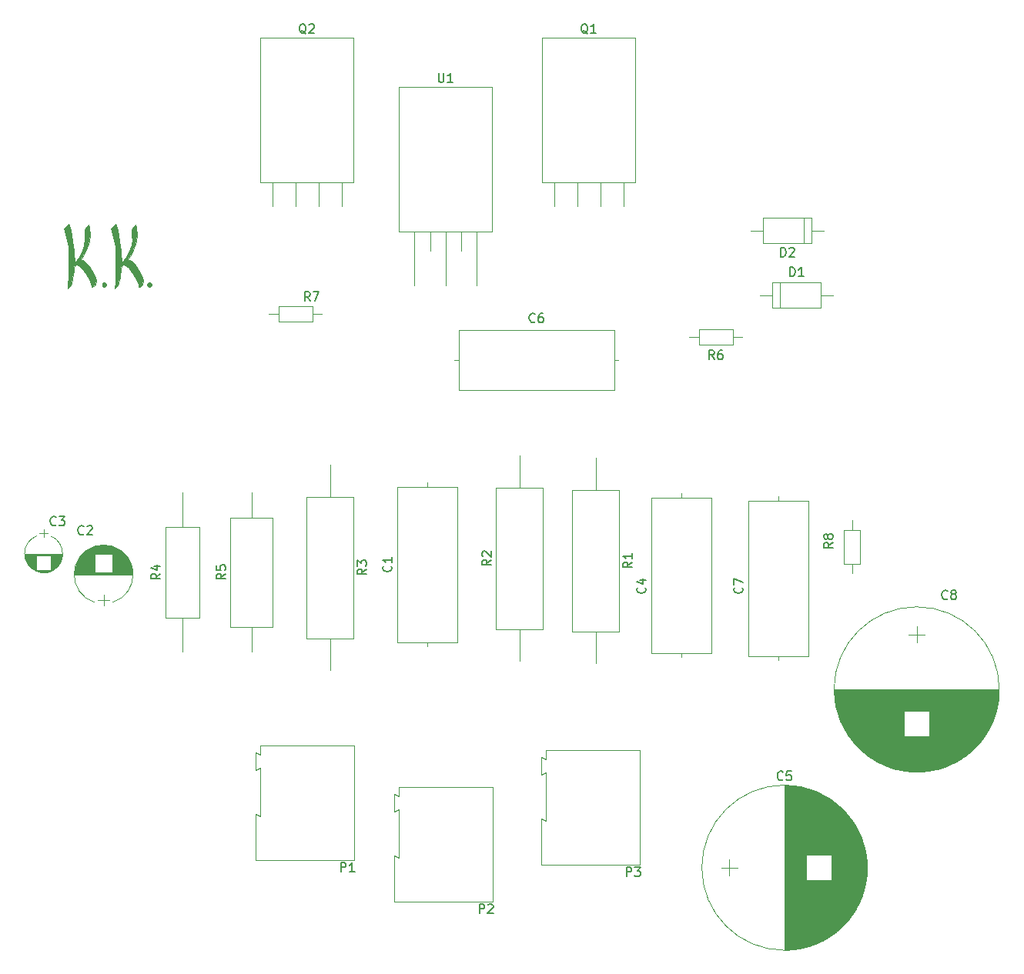
<source format=gbr>
G04 #@! TF.FileFunction,Legend,Top*
%FSLAX46Y46*%
G04 Gerber Fmt 4.6, Leading zero omitted, Abs format (unit mm)*
G04 Created by KiCad (PCBNEW 4.0.5) date 05/30/17 12:36:45*
%MOMM*%
%LPD*%
G01*
G04 APERTURE LIST*
%ADD10C,0.100000*%
%ADD11C,0.120000*%
%ADD12C,0.010000*%
%ADD13C,0.150000*%
G04 APERTURE END LIST*
D10*
D11*
X158128000Y-121412000D02*
G75*
G03X158128000Y-121412000I-9090000J0D01*
G01*
X149038000Y-112362000D02*
X149038000Y-130462000D01*
X149078000Y-112362000D02*
X149078000Y-130462000D01*
X149118000Y-112362000D02*
X149118000Y-130462000D01*
X149158000Y-112362000D02*
X149158000Y-130462000D01*
X149198000Y-112363000D02*
X149198000Y-130461000D01*
X149238000Y-112364000D02*
X149238000Y-130460000D01*
X149278000Y-112365000D02*
X149278000Y-130459000D01*
X149318000Y-112366000D02*
X149318000Y-130458000D01*
X149358000Y-112367000D02*
X149358000Y-130457000D01*
X149398000Y-112369000D02*
X149398000Y-130455000D01*
X149438000Y-112370000D02*
X149438000Y-130454000D01*
X149478000Y-112372000D02*
X149478000Y-130452000D01*
X149518000Y-112374000D02*
X149518000Y-130450000D01*
X149558000Y-112376000D02*
X149558000Y-130448000D01*
X149598000Y-112379000D02*
X149598000Y-130445000D01*
X149638000Y-112381000D02*
X149638000Y-130443000D01*
X149678000Y-112384000D02*
X149678000Y-130440000D01*
X149718000Y-112387000D02*
X149718000Y-130437000D01*
X149759000Y-112390000D02*
X149759000Y-130434000D01*
X149799000Y-112393000D02*
X149799000Y-130431000D01*
X149839000Y-112397000D02*
X149839000Y-130427000D01*
X149879000Y-112400000D02*
X149879000Y-130424000D01*
X149919000Y-112404000D02*
X149919000Y-130420000D01*
X149959000Y-112408000D02*
X149959000Y-130416000D01*
X149999000Y-112412000D02*
X149999000Y-130412000D01*
X150039000Y-112417000D02*
X150039000Y-130407000D01*
X150079000Y-112421000D02*
X150079000Y-130403000D01*
X150119000Y-112426000D02*
X150119000Y-130398000D01*
X150159000Y-112431000D02*
X150159000Y-130393000D01*
X150199000Y-112436000D02*
X150199000Y-130388000D01*
X150239000Y-112441000D02*
X150239000Y-130383000D01*
X150279000Y-112446000D02*
X150279000Y-130378000D01*
X150319000Y-112452000D02*
X150319000Y-130372000D01*
X150359000Y-112458000D02*
X150359000Y-130366000D01*
X150399000Y-112464000D02*
X150399000Y-130360000D01*
X150439000Y-112470000D02*
X150439000Y-130354000D01*
X150479000Y-112476000D02*
X150479000Y-130348000D01*
X150519000Y-112483000D02*
X150519000Y-130341000D01*
X150559000Y-112489000D02*
X150559000Y-130335000D01*
X150599000Y-112496000D02*
X150599000Y-130328000D01*
X150639000Y-112503000D02*
X150639000Y-130321000D01*
X150679000Y-112511000D02*
X150679000Y-130313000D01*
X150719000Y-112518000D02*
X150719000Y-130306000D01*
X150759000Y-112526000D02*
X150759000Y-130298000D01*
X150799000Y-112534000D02*
X150799000Y-130290000D01*
X150839000Y-112542000D02*
X150839000Y-130282000D01*
X150879000Y-112550000D02*
X150879000Y-130274000D01*
X150919000Y-112558000D02*
X150919000Y-130266000D01*
X150959000Y-112567000D02*
X150959000Y-130257000D01*
X150999000Y-112575000D02*
X150999000Y-130249000D01*
X151039000Y-112584000D02*
X151039000Y-130240000D01*
X151079000Y-112593000D02*
X151079000Y-130231000D01*
X151119000Y-112603000D02*
X151119000Y-130221000D01*
X151159000Y-112612000D02*
X151159000Y-130212000D01*
X151199000Y-112622000D02*
X151199000Y-130202000D01*
X151239000Y-112632000D02*
X151239000Y-130192000D01*
X151279000Y-112642000D02*
X151279000Y-130182000D01*
X151319000Y-112652000D02*
X151319000Y-130172000D01*
X151359000Y-112663000D02*
X151359000Y-130161000D01*
X151399000Y-112673000D02*
X151399000Y-130151000D01*
X151439000Y-112684000D02*
X151439000Y-120032000D01*
X151439000Y-122792000D02*
X151439000Y-130140000D01*
X151479000Y-112695000D02*
X151479000Y-120032000D01*
X151479000Y-122792000D02*
X151479000Y-130129000D01*
X151519000Y-112706000D02*
X151519000Y-120032000D01*
X151519000Y-122792000D02*
X151519000Y-130118000D01*
X151559000Y-112718000D02*
X151559000Y-120032000D01*
X151559000Y-122792000D02*
X151559000Y-130106000D01*
X151599000Y-112729000D02*
X151599000Y-120032000D01*
X151599000Y-122792000D02*
X151599000Y-130095000D01*
X151639000Y-112741000D02*
X151639000Y-120032000D01*
X151639000Y-122792000D02*
X151639000Y-130083000D01*
X151679000Y-112753000D02*
X151679000Y-120032000D01*
X151679000Y-122792000D02*
X151679000Y-130071000D01*
X151719000Y-112766000D02*
X151719000Y-120032000D01*
X151719000Y-122792000D02*
X151719000Y-130058000D01*
X151759000Y-112778000D02*
X151759000Y-120032000D01*
X151759000Y-122792000D02*
X151759000Y-130046000D01*
X151799000Y-112791000D02*
X151799000Y-120032000D01*
X151799000Y-122792000D02*
X151799000Y-130033000D01*
X151839000Y-112803000D02*
X151839000Y-120032000D01*
X151839000Y-122792000D02*
X151839000Y-130021000D01*
X151879000Y-112817000D02*
X151879000Y-120032000D01*
X151879000Y-122792000D02*
X151879000Y-130007000D01*
X151919000Y-112830000D02*
X151919000Y-120032000D01*
X151919000Y-122792000D02*
X151919000Y-129994000D01*
X151959000Y-112843000D02*
X151959000Y-120032000D01*
X151959000Y-122792000D02*
X151959000Y-129981000D01*
X151999000Y-112857000D02*
X151999000Y-120032000D01*
X151999000Y-122792000D02*
X151999000Y-129967000D01*
X152039000Y-112871000D02*
X152039000Y-120032000D01*
X152039000Y-122792000D02*
X152039000Y-129953000D01*
X152079000Y-112885000D02*
X152079000Y-120032000D01*
X152079000Y-122792000D02*
X152079000Y-129939000D01*
X152119000Y-112899000D02*
X152119000Y-120032000D01*
X152119000Y-122792000D02*
X152119000Y-129925000D01*
X152159000Y-112914000D02*
X152159000Y-120032000D01*
X152159000Y-122792000D02*
X152159000Y-129910000D01*
X152199000Y-112928000D02*
X152199000Y-120032000D01*
X152199000Y-122792000D02*
X152199000Y-129896000D01*
X152239000Y-112943000D02*
X152239000Y-120032000D01*
X152239000Y-122792000D02*
X152239000Y-129881000D01*
X152279000Y-112959000D02*
X152279000Y-120032000D01*
X152279000Y-122792000D02*
X152279000Y-129865000D01*
X152319000Y-112974000D02*
X152319000Y-120032000D01*
X152319000Y-122792000D02*
X152319000Y-129850000D01*
X152359000Y-112989000D02*
X152359000Y-120032000D01*
X152359000Y-122792000D02*
X152359000Y-129835000D01*
X152399000Y-113005000D02*
X152399000Y-120032000D01*
X152399000Y-122792000D02*
X152399000Y-129819000D01*
X152439000Y-113021000D02*
X152439000Y-120032000D01*
X152439000Y-122792000D02*
X152439000Y-129803000D01*
X152479000Y-113038000D02*
X152479000Y-120032000D01*
X152479000Y-122792000D02*
X152479000Y-129786000D01*
X152519000Y-113054000D02*
X152519000Y-120032000D01*
X152519000Y-122792000D02*
X152519000Y-129770000D01*
X152559000Y-113071000D02*
X152559000Y-120032000D01*
X152559000Y-122792000D02*
X152559000Y-129753000D01*
X152599000Y-113088000D02*
X152599000Y-120032000D01*
X152599000Y-122792000D02*
X152599000Y-129736000D01*
X152639000Y-113105000D02*
X152639000Y-120032000D01*
X152639000Y-122792000D02*
X152639000Y-129719000D01*
X152679000Y-113122000D02*
X152679000Y-120032000D01*
X152679000Y-122792000D02*
X152679000Y-129702000D01*
X152719000Y-113140000D02*
X152719000Y-120032000D01*
X152719000Y-122792000D02*
X152719000Y-129684000D01*
X152759000Y-113158000D02*
X152759000Y-120032000D01*
X152759000Y-122792000D02*
X152759000Y-129666000D01*
X152799000Y-113176000D02*
X152799000Y-120032000D01*
X152799000Y-122792000D02*
X152799000Y-129648000D01*
X152839000Y-113194000D02*
X152839000Y-120032000D01*
X152839000Y-122792000D02*
X152839000Y-129630000D01*
X152879000Y-113212000D02*
X152879000Y-120032000D01*
X152879000Y-122792000D02*
X152879000Y-129612000D01*
X152919000Y-113231000D02*
X152919000Y-120032000D01*
X152919000Y-122792000D02*
X152919000Y-129593000D01*
X152959000Y-113250000D02*
X152959000Y-120032000D01*
X152959000Y-122792000D02*
X152959000Y-129574000D01*
X152999000Y-113269000D02*
X152999000Y-120032000D01*
X152999000Y-122792000D02*
X152999000Y-129555000D01*
X153039000Y-113289000D02*
X153039000Y-120032000D01*
X153039000Y-122792000D02*
X153039000Y-129535000D01*
X153079000Y-113309000D02*
X153079000Y-120032000D01*
X153079000Y-122792000D02*
X153079000Y-129515000D01*
X153119000Y-113329000D02*
X153119000Y-120032000D01*
X153119000Y-122792000D02*
X153119000Y-129495000D01*
X153159000Y-113349000D02*
X153159000Y-120032000D01*
X153159000Y-122792000D02*
X153159000Y-129475000D01*
X153199000Y-113369000D02*
X153199000Y-120032000D01*
X153199000Y-122792000D02*
X153199000Y-129455000D01*
X153239000Y-113390000D02*
X153239000Y-120032000D01*
X153239000Y-122792000D02*
X153239000Y-129434000D01*
X153279000Y-113411000D02*
X153279000Y-120032000D01*
X153279000Y-122792000D02*
X153279000Y-129413000D01*
X153319000Y-113432000D02*
X153319000Y-120032000D01*
X153319000Y-122792000D02*
X153319000Y-129392000D01*
X153359000Y-113454000D02*
X153359000Y-120032000D01*
X153359000Y-122792000D02*
X153359000Y-129370000D01*
X153399000Y-113475000D02*
X153399000Y-120032000D01*
X153399000Y-122792000D02*
X153399000Y-129349000D01*
X153439000Y-113497000D02*
X153439000Y-120032000D01*
X153439000Y-122792000D02*
X153439000Y-129327000D01*
X153479000Y-113520000D02*
X153479000Y-120032000D01*
X153479000Y-122792000D02*
X153479000Y-129304000D01*
X153519000Y-113542000D02*
X153519000Y-120032000D01*
X153519000Y-122792000D02*
X153519000Y-129282000D01*
X153559000Y-113565000D02*
X153559000Y-120032000D01*
X153559000Y-122792000D02*
X153559000Y-129259000D01*
X153599000Y-113588000D02*
X153599000Y-120032000D01*
X153599000Y-122792000D02*
X153599000Y-129236000D01*
X153639000Y-113611000D02*
X153639000Y-120032000D01*
X153639000Y-122792000D02*
X153639000Y-129213000D01*
X153679000Y-113635000D02*
X153679000Y-120032000D01*
X153679000Y-122792000D02*
X153679000Y-129189000D01*
X153719000Y-113659000D02*
X153719000Y-120032000D01*
X153719000Y-122792000D02*
X153719000Y-129165000D01*
X153759000Y-113683000D02*
X153759000Y-120032000D01*
X153759000Y-122792000D02*
X153759000Y-129141000D01*
X153799000Y-113707000D02*
X153799000Y-120032000D01*
X153799000Y-122792000D02*
X153799000Y-129117000D01*
X153839000Y-113732000D02*
X153839000Y-120032000D01*
X153839000Y-122792000D02*
X153839000Y-129092000D01*
X153879000Y-113757000D02*
X153879000Y-120032000D01*
X153879000Y-122792000D02*
X153879000Y-129067000D01*
X153919000Y-113782000D02*
X153919000Y-120032000D01*
X153919000Y-122792000D02*
X153919000Y-129042000D01*
X153959000Y-113808000D02*
X153959000Y-120032000D01*
X153959000Y-122792000D02*
X153959000Y-129016000D01*
X153999000Y-113834000D02*
X153999000Y-120032000D01*
X153999000Y-122792000D02*
X153999000Y-128990000D01*
X154039000Y-113860000D02*
X154039000Y-120032000D01*
X154039000Y-122792000D02*
X154039000Y-128964000D01*
X154079000Y-113887000D02*
X154079000Y-120032000D01*
X154079000Y-122792000D02*
X154079000Y-128937000D01*
X154119000Y-113913000D02*
X154119000Y-120032000D01*
X154119000Y-122792000D02*
X154119000Y-128911000D01*
X154159000Y-113941000D02*
X154159000Y-120032000D01*
X154159000Y-122792000D02*
X154159000Y-128883000D01*
X154199000Y-113968000D02*
X154199000Y-128856000D01*
X154239000Y-113996000D02*
X154239000Y-128828000D01*
X154279000Y-114024000D02*
X154279000Y-128800000D01*
X154319000Y-114052000D02*
X154319000Y-128772000D01*
X154359000Y-114081000D02*
X154359000Y-128743000D01*
X154399000Y-114110000D02*
X154399000Y-128714000D01*
X154439000Y-114139000D02*
X154439000Y-128685000D01*
X154479000Y-114169000D02*
X154479000Y-128655000D01*
X154519000Y-114199000D02*
X154519000Y-128625000D01*
X154559000Y-114229000D02*
X154559000Y-128595000D01*
X154599000Y-114260000D02*
X154599000Y-128564000D01*
X154639000Y-114291000D02*
X154639000Y-128533000D01*
X154679000Y-114323000D02*
X154679000Y-128501000D01*
X154719000Y-114355000D02*
X154719000Y-128469000D01*
X154759000Y-114387000D02*
X154759000Y-128437000D01*
X154799000Y-114419000D02*
X154799000Y-128405000D01*
X154839000Y-114452000D02*
X154839000Y-128372000D01*
X154879000Y-114486000D02*
X154879000Y-128338000D01*
X154919000Y-114519000D02*
X154919000Y-128305000D01*
X154959000Y-114554000D02*
X154959000Y-128270000D01*
X154999000Y-114588000D02*
X154999000Y-128236000D01*
X155039000Y-114623000D02*
X155039000Y-128201000D01*
X155079000Y-114658000D02*
X155079000Y-128166000D01*
X155119000Y-114694000D02*
X155119000Y-128130000D01*
X155159000Y-114730000D02*
X155159000Y-128094000D01*
X155199000Y-114767000D02*
X155199000Y-128057000D01*
X155239000Y-114804000D02*
X155239000Y-128020000D01*
X155279000Y-114842000D02*
X155279000Y-127982000D01*
X155319000Y-114880000D02*
X155319000Y-127944000D01*
X155359000Y-114918000D02*
X155359000Y-127906000D01*
X155399000Y-114957000D02*
X155399000Y-127867000D01*
X155439000Y-114996000D02*
X155439000Y-127828000D01*
X155479000Y-115036000D02*
X155479000Y-127788000D01*
X155519000Y-115077000D02*
X155519000Y-127747000D01*
X155559000Y-115118000D02*
X155559000Y-127706000D01*
X155599000Y-115159000D02*
X155599000Y-127665000D01*
X155639000Y-115201000D02*
X155639000Y-127623000D01*
X155679000Y-115244000D02*
X155679000Y-127580000D01*
X155719000Y-115287000D02*
X155719000Y-127537000D01*
X155759000Y-115330000D02*
X155759000Y-127494000D01*
X155799000Y-115374000D02*
X155799000Y-127450000D01*
X155839000Y-115419000D02*
X155839000Y-127405000D01*
X155879000Y-115465000D02*
X155879000Y-127359000D01*
X155919000Y-115511000D02*
X155919000Y-127313000D01*
X155959000Y-115557000D02*
X155959000Y-127267000D01*
X155999000Y-115605000D02*
X155999000Y-127219000D01*
X156039000Y-115653000D02*
X156039000Y-127171000D01*
X156079000Y-115701000D02*
X156079000Y-127123000D01*
X156119000Y-115750000D02*
X156119000Y-127074000D01*
X156159000Y-115801000D02*
X156159000Y-127023000D01*
X156199000Y-115851000D02*
X156199000Y-126973000D01*
X156239000Y-115903000D02*
X156239000Y-126921000D01*
X156279000Y-115955000D02*
X156279000Y-126869000D01*
X156319000Y-116008000D02*
X156319000Y-126816000D01*
X156359000Y-116062000D02*
X156359000Y-126762000D01*
X156399000Y-116117000D02*
X156399000Y-126707000D01*
X156439000Y-116172000D02*
X156439000Y-126652000D01*
X156479000Y-116229000D02*
X156479000Y-126595000D01*
X156519000Y-116286000D02*
X156519000Y-126538000D01*
X156559000Y-116345000D02*
X156559000Y-126479000D01*
X156599000Y-116404000D02*
X156599000Y-126420000D01*
X156639000Y-116465000D02*
X156639000Y-126359000D01*
X156679000Y-116526000D02*
X156679000Y-126298000D01*
X156719000Y-116589000D02*
X156719000Y-126235000D01*
X156759000Y-116653000D02*
X156759000Y-126171000D01*
X156799000Y-116718000D02*
X156799000Y-126106000D01*
X156839000Y-116784000D02*
X156839000Y-126040000D01*
X156879000Y-116851000D02*
X156879000Y-125973000D01*
X156919000Y-116920000D02*
X156919000Y-125904000D01*
X156959000Y-116990000D02*
X156959000Y-125834000D01*
X156999000Y-117062000D02*
X156999000Y-125762000D01*
X157039000Y-117135000D02*
X157039000Y-125689000D01*
X157079000Y-117210000D02*
X157079000Y-125614000D01*
X157119000Y-117287000D02*
X157119000Y-125537000D01*
X157159000Y-117366000D02*
X157159000Y-125458000D01*
X157199000Y-117446000D02*
X157199000Y-125378000D01*
X157238000Y-117529000D02*
X157238000Y-125295000D01*
X157278000Y-117613000D02*
X157278000Y-125211000D01*
X157318000Y-117701000D02*
X157318000Y-125123000D01*
X157358000Y-117790000D02*
X157358000Y-125034000D01*
X157398000Y-117882000D02*
X157398000Y-124942000D01*
X157438000Y-117978000D02*
X157438000Y-124846000D01*
X157478000Y-118076000D02*
X157478000Y-124748000D01*
X157518000Y-118178000D02*
X157518000Y-124646000D01*
X157558000Y-118283000D02*
X157558000Y-124541000D01*
X157598000Y-118393000D02*
X157598000Y-124431000D01*
X157638000Y-118507000D02*
X157638000Y-124317000D01*
X157678000Y-118627000D02*
X157678000Y-124197000D01*
X157718000Y-118752000D02*
X157718000Y-124072000D01*
X157758000Y-118884000D02*
X157758000Y-123940000D01*
X157798000Y-119024000D02*
X157798000Y-123800000D01*
X157838000Y-119174000D02*
X157838000Y-123650000D01*
X157878000Y-119334000D02*
X157878000Y-123490000D01*
X157918000Y-119509000D02*
X157918000Y-123315000D01*
X157958000Y-119702000D02*
X157958000Y-123122000D01*
X157998000Y-119920000D02*
X157998000Y-122904000D01*
X158038000Y-120176000D02*
X158038000Y-122648000D01*
X158078000Y-120499000D02*
X158078000Y-122325000D01*
X158118000Y-121025000D02*
X158118000Y-121799000D01*
X142088000Y-121412000D02*
X143888000Y-121412000D01*
X142988000Y-120512000D02*
X142988000Y-122312000D01*
X106639000Y-51400000D02*
X116880000Y-51400000D01*
X106639000Y-35510000D02*
X116880000Y-35510000D01*
X106639000Y-35510000D02*
X106639000Y-51400000D01*
X116880000Y-35510000D02*
X116880000Y-51400000D01*
X108360000Y-51400000D02*
X108360000Y-57360000D01*
X110060000Y-51400000D02*
X110060000Y-53544000D01*
X111760000Y-51400000D02*
X111760000Y-57345000D01*
X113460000Y-51400000D02*
X113460000Y-53544000D01*
X115160000Y-51400000D02*
X115160000Y-57345000D01*
X122388000Y-45990000D02*
X132628000Y-45990000D01*
X122388000Y-30100000D02*
X132628000Y-30100000D01*
X122388000Y-30100000D02*
X122388000Y-45990000D01*
X132628000Y-30100000D02*
X132628000Y-45990000D01*
X123698000Y-45990000D02*
X123698000Y-48630000D01*
X126238000Y-45990000D02*
X126238000Y-48614000D01*
X128778000Y-45990000D02*
X128778000Y-48614000D01*
X131318000Y-45990000D02*
X131318000Y-48614000D01*
X106418000Y-96604000D02*
X113038000Y-96604000D01*
X113038000Y-96604000D02*
X113038000Y-79484000D01*
X113038000Y-79484000D02*
X106418000Y-79484000D01*
X106418000Y-79484000D02*
X106418000Y-96604000D01*
X109728000Y-97064000D02*
X109728000Y-96604000D01*
X109728000Y-79024000D02*
X109728000Y-79484000D01*
X73188643Y-86045560D02*
G75*
G03X73188000Y-92222236I979357J-3088440D01*
G01*
X75147357Y-86045560D02*
G75*
G02X75148000Y-92222236I-979357J-3088440D01*
G01*
X75147357Y-86045560D02*
G75*
G03X73188000Y-86045764I-979357J-3088440D01*
G01*
X70968000Y-89134000D02*
X77368000Y-89134000D01*
X70968000Y-89094000D02*
X77368000Y-89094000D01*
X70968000Y-89054000D02*
X77368000Y-89054000D01*
X70970000Y-89014000D02*
X77366000Y-89014000D01*
X70971000Y-88974000D02*
X77365000Y-88974000D01*
X70974000Y-88934000D02*
X77362000Y-88934000D01*
X70976000Y-88894000D02*
X77360000Y-88894000D01*
X70980000Y-88854000D02*
X73188000Y-88854000D01*
X75148000Y-88854000D02*
X77356000Y-88854000D01*
X70983000Y-88814000D02*
X73188000Y-88814000D01*
X75148000Y-88814000D02*
X77353000Y-88814000D01*
X70988000Y-88774000D02*
X73188000Y-88774000D01*
X75148000Y-88774000D02*
X77348000Y-88774000D01*
X70992000Y-88734000D02*
X73188000Y-88734000D01*
X75148000Y-88734000D02*
X77344000Y-88734000D01*
X70998000Y-88694000D02*
X73188000Y-88694000D01*
X75148000Y-88694000D02*
X77338000Y-88694000D01*
X71003000Y-88654000D02*
X73188000Y-88654000D01*
X75148000Y-88654000D02*
X77333000Y-88654000D01*
X71010000Y-88614000D02*
X73188000Y-88614000D01*
X75148000Y-88614000D02*
X77326000Y-88614000D01*
X71016000Y-88574000D02*
X73188000Y-88574000D01*
X75148000Y-88574000D02*
X77320000Y-88574000D01*
X71024000Y-88534000D02*
X73188000Y-88534000D01*
X75148000Y-88534000D02*
X77312000Y-88534000D01*
X71031000Y-88494000D02*
X73188000Y-88494000D01*
X75148000Y-88494000D02*
X77305000Y-88494000D01*
X71040000Y-88454000D02*
X73188000Y-88454000D01*
X75148000Y-88454000D02*
X77296000Y-88454000D01*
X71049000Y-88413000D02*
X73188000Y-88413000D01*
X75148000Y-88413000D02*
X77287000Y-88413000D01*
X71058000Y-88373000D02*
X73188000Y-88373000D01*
X75148000Y-88373000D02*
X77278000Y-88373000D01*
X71068000Y-88333000D02*
X73188000Y-88333000D01*
X75148000Y-88333000D02*
X77268000Y-88333000D01*
X71078000Y-88293000D02*
X73188000Y-88293000D01*
X75148000Y-88293000D02*
X77258000Y-88293000D01*
X71089000Y-88253000D02*
X73188000Y-88253000D01*
X75148000Y-88253000D02*
X77247000Y-88253000D01*
X71101000Y-88213000D02*
X73188000Y-88213000D01*
X75148000Y-88213000D02*
X77235000Y-88213000D01*
X71113000Y-88173000D02*
X73188000Y-88173000D01*
X75148000Y-88173000D02*
X77223000Y-88173000D01*
X71126000Y-88133000D02*
X73188000Y-88133000D01*
X75148000Y-88133000D02*
X77210000Y-88133000D01*
X71139000Y-88093000D02*
X73188000Y-88093000D01*
X75148000Y-88093000D02*
X77197000Y-88093000D01*
X71153000Y-88053000D02*
X73188000Y-88053000D01*
X75148000Y-88053000D02*
X77183000Y-88053000D01*
X71167000Y-88013000D02*
X73188000Y-88013000D01*
X75148000Y-88013000D02*
X77169000Y-88013000D01*
X71182000Y-87973000D02*
X73188000Y-87973000D01*
X75148000Y-87973000D02*
X77154000Y-87973000D01*
X71198000Y-87933000D02*
X73188000Y-87933000D01*
X75148000Y-87933000D02*
X77138000Y-87933000D01*
X71214000Y-87893000D02*
X73188000Y-87893000D01*
X75148000Y-87893000D02*
X77122000Y-87893000D01*
X71231000Y-87853000D02*
X73188000Y-87853000D01*
X75148000Y-87853000D02*
X77105000Y-87853000D01*
X71249000Y-87813000D02*
X73188000Y-87813000D01*
X75148000Y-87813000D02*
X77087000Y-87813000D01*
X71267000Y-87773000D02*
X73188000Y-87773000D01*
X75148000Y-87773000D02*
X77069000Y-87773000D01*
X71286000Y-87733000D02*
X73188000Y-87733000D01*
X75148000Y-87733000D02*
X77050000Y-87733000D01*
X71305000Y-87693000D02*
X73188000Y-87693000D01*
X75148000Y-87693000D02*
X77031000Y-87693000D01*
X71325000Y-87653000D02*
X73188000Y-87653000D01*
X75148000Y-87653000D02*
X77011000Y-87653000D01*
X71346000Y-87613000D02*
X73188000Y-87613000D01*
X75148000Y-87613000D02*
X76990000Y-87613000D01*
X71368000Y-87573000D02*
X73188000Y-87573000D01*
X75148000Y-87573000D02*
X76968000Y-87573000D01*
X71390000Y-87533000D02*
X73188000Y-87533000D01*
X75148000Y-87533000D02*
X76946000Y-87533000D01*
X71413000Y-87493000D02*
X73188000Y-87493000D01*
X75148000Y-87493000D02*
X76923000Y-87493000D01*
X71437000Y-87453000D02*
X73188000Y-87453000D01*
X75148000Y-87453000D02*
X76899000Y-87453000D01*
X71462000Y-87413000D02*
X73188000Y-87413000D01*
X75148000Y-87413000D02*
X76874000Y-87413000D01*
X71487000Y-87373000D02*
X73188000Y-87373000D01*
X75148000Y-87373000D02*
X76849000Y-87373000D01*
X71514000Y-87333000D02*
X73188000Y-87333000D01*
X75148000Y-87333000D02*
X76822000Y-87333000D01*
X71541000Y-87293000D02*
X73188000Y-87293000D01*
X75148000Y-87293000D02*
X76795000Y-87293000D01*
X71569000Y-87253000D02*
X73188000Y-87253000D01*
X75148000Y-87253000D02*
X76767000Y-87253000D01*
X71598000Y-87213000D02*
X73188000Y-87213000D01*
X75148000Y-87213000D02*
X76738000Y-87213000D01*
X71628000Y-87173000D02*
X73188000Y-87173000D01*
X75148000Y-87173000D02*
X76708000Y-87173000D01*
X71658000Y-87133000D02*
X73188000Y-87133000D01*
X75148000Y-87133000D02*
X76678000Y-87133000D01*
X71690000Y-87093000D02*
X73188000Y-87093000D01*
X75148000Y-87093000D02*
X76646000Y-87093000D01*
X71723000Y-87053000D02*
X73188000Y-87053000D01*
X75148000Y-87053000D02*
X76613000Y-87053000D01*
X71757000Y-87013000D02*
X73188000Y-87013000D01*
X75148000Y-87013000D02*
X76579000Y-87013000D01*
X71793000Y-86973000D02*
X73188000Y-86973000D01*
X75148000Y-86973000D02*
X76543000Y-86973000D01*
X71829000Y-86933000D02*
X73188000Y-86933000D01*
X75148000Y-86933000D02*
X76507000Y-86933000D01*
X71867000Y-86893000D02*
X76469000Y-86893000D01*
X71906000Y-86853000D02*
X76430000Y-86853000D01*
X71946000Y-86813000D02*
X76390000Y-86813000D01*
X71988000Y-86773000D02*
X76348000Y-86773000D01*
X72031000Y-86733000D02*
X76305000Y-86733000D01*
X72076000Y-86693000D02*
X76260000Y-86693000D01*
X72123000Y-86653000D02*
X76213000Y-86653000D01*
X72171000Y-86613000D02*
X76165000Y-86613000D01*
X72222000Y-86573000D02*
X76114000Y-86573000D01*
X72274000Y-86533000D02*
X76062000Y-86533000D01*
X72329000Y-86493000D02*
X76007000Y-86493000D01*
X72387000Y-86453000D02*
X75949000Y-86453000D01*
X72447000Y-86413000D02*
X75889000Y-86413000D01*
X72510000Y-86373000D02*
X75826000Y-86373000D01*
X72577000Y-86333000D02*
X75759000Y-86333000D01*
X72648000Y-86293000D02*
X75688000Y-86293000D01*
X72723000Y-86253000D02*
X75613000Y-86253000D01*
X72804000Y-86213000D02*
X75532000Y-86213000D01*
X72890000Y-86173000D02*
X75446000Y-86173000D01*
X72984000Y-86133000D02*
X75352000Y-86133000D01*
X73087000Y-86093000D02*
X75249000Y-86093000D01*
X73202000Y-86053000D02*
X75134000Y-86053000D01*
X73334000Y-86013000D02*
X75002000Y-86013000D01*
X73492000Y-85973000D02*
X74844000Y-85973000D01*
X73700000Y-85933000D02*
X74636000Y-85933000D01*
X74168000Y-92584000D02*
X74168000Y-91384000D01*
X73518000Y-91984000D02*
X74818000Y-91984000D01*
X134358000Y-97808000D02*
X140978000Y-97808000D01*
X140978000Y-97808000D02*
X140978000Y-80688000D01*
X140978000Y-80688000D02*
X134358000Y-80688000D01*
X134358000Y-80688000D02*
X134358000Y-97808000D01*
X137668000Y-98268000D02*
X137668000Y-97808000D01*
X137668000Y-80228000D02*
X137668000Y-80688000D01*
X113200000Y-62222000D02*
X113200000Y-68842000D01*
X113200000Y-68842000D02*
X130320000Y-68842000D01*
X130320000Y-68842000D02*
X130320000Y-62222000D01*
X130320000Y-62222000D02*
X113200000Y-62222000D01*
X112740000Y-65532000D02*
X113200000Y-65532000D01*
X130780000Y-65532000D02*
X130320000Y-65532000D01*
X145026000Y-98128000D02*
X151646000Y-98128000D01*
X151646000Y-98128000D02*
X151646000Y-81008000D01*
X151646000Y-81008000D02*
X145026000Y-81008000D01*
X145026000Y-81008000D02*
X145026000Y-98128000D01*
X148336000Y-98588000D02*
X148336000Y-98128000D01*
X148336000Y-80548000D02*
X148336000Y-81008000D01*
X172666000Y-101794000D02*
G75*
G03X172666000Y-101794000I-9090000J0D01*
G01*
X172626000Y-101794000D02*
X154526000Y-101794000D01*
X172626000Y-101834000D02*
X154526000Y-101834000D01*
X172626000Y-101874000D02*
X154526000Y-101874000D01*
X172626000Y-101914000D02*
X154526000Y-101914000D01*
X172625000Y-101954000D02*
X154527000Y-101954000D01*
X172624000Y-101994000D02*
X154528000Y-101994000D01*
X172623000Y-102034000D02*
X154529000Y-102034000D01*
X172622000Y-102074000D02*
X154530000Y-102074000D01*
X172621000Y-102114000D02*
X154531000Y-102114000D01*
X172619000Y-102154000D02*
X154533000Y-102154000D01*
X172618000Y-102194000D02*
X154534000Y-102194000D01*
X172616000Y-102234000D02*
X154536000Y-102234000D01*
X172614000Y-102274000D02*
X154538000Y-102274000D01*
X172612000Y-102314000D02*
X154540000Y-102314000D01*
X172609000Y-102354000D02*
X154543000Y-102354000D01*
X172607000Y-102394000D02*
X154545000Y-102394000D01*
X172604000Y-102434000D02*
X154548000Y-102434000D01*
X172601000Y-102474000D02*
X154551000Y-102474000D01*
X172598000Y-102515000D02*
X154554000Y-102515000D01*
X172595000Y-102555000D02*
X154557000Y-102555000D01*
X172591000Y-102595000D02*
X154561000Y-102595000D01*
X172588000Y-102635000D02*
X154564000Y-102635000D01*
X172584000Y-102675000D02*
X154568000Y-102675000D01*
X172580000Y-102715000D02*
X154572000Y-102715000D01*
X172576000Y-102755000D02*
X154576000Y-102755000D01*
X172571000Y-102795000D02*
X154581000Y-102795000D01*
X172567000Y-102835000D02*
X154585000Y-102835000D01*
X172562000Y-102875000D02*
X154590000Y-102875000D01*
X172557000Y-102915000D02*
X154595000Y-102915000D01*
X172552000Y-102955000D02*
X154600000Y-102955000D01*
X172547000Y-102995000D02*
X154605000Y-102995000D01*
X172542000Y-103035000D02*
X154610000Y-103035000D01*
X172536000Y-103075000D02*
X154616000Y-103075000D01*
X172530000Y-103115000D02*
X154622000Y-103115000D01*
X172524000Y-103155000D02*
X154628000Y-103155000D01*
X172518000Y-103195000D02*
X154634000Y-103195000D01*
X172512000Y-103235000D02*
X154640000Y-103235000D01*
X172505000Y-103275000D02*
X154647000Y-103275000D01*
X172499000Y-103315000D02*
X154653000Y-103315000D01*
X172492000Y-103355000D02*
X154660000Y-103355000D01*
X172485000Y-103395000D02*
X154667000Y-103395000D01*
X172477000Y-103435000D02*
X154675000Y-103435000D01*
X172470000Y-103475000D02*
X154682000Y-103475000D01*
X172462000Y-103515000D02*
X154690000Y-103515000D01*
X172454000Y-103555000D02*
X154698000Y-103555000D01*
X172446000Y-103595000D02*
X154706000Y-103595000D01*
X172438000Y-103635000D02*
X154714000Y-103635000D01*
X172430000Y-103675000D02*
X154722000Y-103675000D01*
X172421000Y-103715000D02*
X154731000Y-103715000D01*
X172413000Y-103755000D02*
X154739000Y-103755000D01*
X172404000Y-103795000D02*
X154748000Y-103795000D01*
X172395000Y-103835000D02*
X154757000Y-103835000D01*
X172385000Y-103875000D02*
X154767000Y-103875000D01*
X172376000Y-103915000D02*
X154776000Y-103915000D01*
X172366000Y-103955000D02*
X154786000Y-103955000D01*
X172356000Y-103995000D02*
X154796000Y-103995000D01*
X172346000Y-104035000D02*
X154806000Y-104035000D01*
X172336000Y-104075000D02*
X154816000Y-104075000D01*
X172325000Y-104115000D02*
X154827000Y-104115000D01*
X172315000Y-104155000D02*
X154837000Y-104155000D01*
X172304000Y-104195000D02*
X164956000Y-104195000D01*
X162196000Y-104195000D02*
X154848000Y-104195000D01*
X172293000Y-104235000D02*
X164956000Y-104235000D01*
X162196000Y-104235000D02*
X154859000Y-104235000D01*
X172282000Y-104275000D02*
X164956000Y-104275000D01*
X162196000Y-104275000D02*
X154870000Y-104275000D01*
X172270000Y-104315000D02*
X164956000Y-104315000D01*
X162196000Y-104315000D02*
X154882000Y-104315000D01*
X172259000Y-104355000D02*
X164956000Y-104355000D01*
X162196000Y-104355000D02*
X154893000Y-104355000D01*
X172247000Y-104395000D02*
X164956000Y-104395000D01*
X162196000Y-104395000D02*
X154905000Y-104395000D01*
X172235000Y-104435000D02*
X164956000Y-104435000D01*
X162196000Y-104435000D02*
X154917000Y-104435000D01*
X172222000Y-104475000D02*
X164956000Y-104475000D01*
X162196000Y-104475000D02*
X154930000Y-104475000D01*
X172210000Y-104515000D02*
X164956000Y-104515000D01*
X162196000Y-104515000D02*
X154942000Y-104515000D01*
X172197000Y-104555000D02*
X164956000Y-104555000D01*
X162196000Y-104555000D02*
X154955000Y-104555000D01*
X172185000Y-104595000D02*
X164956000Y-104595000D01*
X162196000Y-104595000D02*
X154967000Y-104595000D01*
X172171000Y-104635000D02*
X164956000Y-104635000D01*
X162196000Y-104635000D02*
X154981000Y-104635000D01*
X172158000Y-104675000D02*
X164956000Y-104675000D01*
X162196000Y-104675000D02*
X154994000Y-104675000D01*
X172145000Y-104715000D02*
X164956000Y-104715000D01*
X162196000Y-104715000D02*
X155007000Y-104715000D01*
X172131000Y-104755000D02*
X164956000Y-104755000D01*
X162196000Y-104755000D02*
X155021000Y-104755000D01*
X172117000Y-104795000D02*
X164956000Y-104795000D01*
X162196000Y-104795000D02*
X155035000Y-104795000D01*
X172103000Y-104835000D02*
X164956000Y-104835000D01*
X162196000Y-104835000D02*
X155049000Y-104835000D01*
X172089000Y-104875000D02*
X164956000Y-104875000D01*
X162196000Y-104875000D02*
X155063000Y-104875000D01*
X172074000Y-104915000D02*
X164956000Y-104915000D01*
X162196000Y-104915000D02*
X155078000Y-104915000D01*
X172060000Y-104955000D02*
X164956000Y-104955000D01*
X162196000Y-104955000D02*
X155092000Y-104955000D01*
X172045000Y-104995000D02*
X164956000Y-104995000D01*
X162196000Y-104995000D02*
X155107000Y-104995000D01*
X172029000Y-105035000D02*
X164956000Y-105035000D01*
X162196000Y-105035000D02*
X155123000Y-105035000D01*
X172014000Y-105075000D02*
X164956000Y-105075000D01*
X162196000Y-105075000D02*
X155138000Y-105075000D01*
X171999000Y-105115000D02*
X164956000Y-105115000D01*
X162196000Y-105115000D02*
X155153000Y-105115000D01*
X171983000Y-105155000D02*
X164956000Y-105155000D01*
X162196000Y-105155000D02*
X155169000Y-105155000D01*
X171967000Y-105195000D02*
X164956000Y-105195000D01*
X162196000Y-105195000D02*
X155185000Y-105195000D01*
X171950000Y-105235000D02*
X164956000Y-105235000D01*
X162196000Y-105235000D02*
X155202000Y-105235000D01*
X171934000Y-105275000D02*
X164956000Y-105275000D01*
X162196000Y-105275000D02*
X155218000Y-105275000D01*
X171917000Y-105315000D02*
X164956000Y-105315000D01*
X162196000Y-105315000D02*
X155235000Y-105315000D01*
X171900000Y-105355000D02*
X164956000Y-105355000D01*
X162196000Y-105355000D02*
X155252000Y-105355000D01*
X171883000Y-105395000D02*
X164956000Y-105395000D01*
X162196000Y-105395000D02*
X155269000Y-105395000D01*
X171866000Y-105435000D02*
X164956000Y-105435000D01*
X162196000Y-105435000D02*
X155286000Y-105435000D01*
X171848000Y-105475000D02*
X164956000Y-105475000D01*
X162196000Y-105475000D02*
X155304000Y-105475000D01*
X171830000Y-105515000D02*
X164956000Y-105515000D01*
X162196000Y-105515000D02*
X155322000Y-105515000D01*
X171812000Y-105555000D02*
X164956000Y-105555000D01*
X162196000Y-105555000D02*
X155340000Y-105555000D01*
X171794000Y-105595000D02*
X164956000Y-105595000D01*
X162196000Y-105595000D02*
X155358000Y-105595000D01*
X171776000Y-105635000D02*
X164956000Y-105635000D01*
X162196000Y-105635000D02*
X155376000Y-105635000D01*
X171757000Y-105675000D02*
X164956000Y-105675000D01*
X162196000Y-105675000D02*
X155395000Y-105675000D01*
X171738000Y-105715000D02*
X164956000Y-105715000D01*
X162196000Y-105715000D02*
X155414000Y-105715000D01*
X171719000Y-105755000D02*
X164956000Y-105755000D01*
X162196000Y-105755000D02*
X155433000Y-105755000D01*
X171699000Y-105795000D02*
X164956000Y-105795000D01*
X162196000Y-105795000D02*
X155453000Y-105795000D01*
X171679000Y-105835000D02*
X164956000Y-105835000D01*
X162196000Y-105835000D02*
X155473000Y-105835000D01*
X171659000Y-105875000D02*
X164956000Y-105875000D01*
X162196000Y-105875000D02*
X155493000Y-105875000D01*
X171639000Y-105915000D02*
X164956000Y-105915000D01*
X162196000Y-105915000D02*
X155513000Y-105915000D01*
X171619000Y-105955000D02*
X164956000Y-105955000D01*
X162196000Y-105955000D02*
X155533000Y-105955000D01*
X171598000Y-105995000D02*
X164956000Y-105995000D01*
X162196000Y-105995000D02*
X155554000Y-105995000D01*
X171577000Y-106035000D02*
X164956000Y-106035000D01*
X162196000Y-106035000D02*
X155575000Y-106035000D01*
X171556000Y-106075000D02*
X164956000Y-106075000D01*
X162196000Y-106075000D02*
X155596000Y-106075000D01*
X171534000Y-106115000D02*
X164956000Y-106115000D01*
X162196000Y-106115000D02*
X155618000Y-106115000D01*
X171513000Y-106155000D02*
X164956000Y-106155000D01*
X162196000Y-106155000D02*
X155639000Y-106155000D01*
X171491000Y-106195000D02*
X164956000Y-106195000D01*
X162196000Y-106195000D02*
X155661000Y-106195000D01*
X171468000Y-106235000D02*
X164956000Y-106235000D01*
X162196000Y-106235000D02*
X155684000Y-106235000D01*
X171446000Y-106275000D02*
X164956000Y-106275000D01*
X162196000Y-106275000D02*
X155706000Y-106275000D01*
X171423000Y-106315000D02*
X164956000Y-106315000D01*
X162196000Y-106315000D02*
X155729000Y-106315000D01*
X171400000Y-106355000D02*
X164956000Y-106355000D01*
X162196000Y-106355000D02*
X155752000Y-106355000D01*
X171377000Y-106395000D02*
X164956000Y-106395000D01*
X162196000Y-106395000D02*
X155775000Y-106395000D01*
X171353000Y-106435000D02*
X164956000Y-106435000D01*
X162196000Y-106435000D02*
X155799000Y-106435000D01*
X171329000Y-106475000D02*
X164956000Y-106475000D01*
X162196000Y-106475000D02*
X155823000Y-106475000D01*
X171305000Y-106515000D02*
X164956000Y-106515000D01*
X162196000Y-106515000D02*
X155847000Y-106515000D01*
X171281000Y-106555000D02*
X164956000Y-106555000D01*
X162196000Y-106555000D02*
X155871000Y-106555000D01*
X171256000Y-106595000D02*
X164956000Y-106595000D01*
X162196000Y-106595000D02*
X155896000Y-106595000D01*
X171231000Y-106635000D02*
X164956000Y-106635000D01*
X162196000Y-106635000D02*
X155921000Y-106635000D01*
X171206000Y-106675000D02*
X164956000Y-106675000D01*
X162196000Y-106675000D02*
X155946000Y-106675000D01*
X171180000Y-106715000D02*
X164956000Y-106715000D01*
X162196000Y-106715000D02*
X155972000Y-106715000D01*
X171154000Y-106755000D02*
X164956000Y-106755000D01*
X162196000Y-106755000D02*
X155998000Y-106755000D01*
X171128000Y-106795000D02*
X164956000Y-106795000D01*
X162196000Y-106795000D02*
X156024000Y-106795000D01*
X171101000Y-106835000D02*
X164956000Y-106835000D01*
X162196000Y-106835000D02*
X156051000Y-106835000D01*
X171075000Y-106875000D02*
X164956000Y-106875000D01*
X162196000Y-106875000D02*
X156077000Y-106875000D01*
X171047000Y-106915000D02*
X164956000Y-106915000D01*
X162196000Y-106915000D02*
X156105000Y-106915000D01*
X171020000Y-106955000D02*
X156132000Y-106955000D01*
X170992000Y-106995000D02*
X156160000Y-106995000D01*
X170964000Y-107035000D02*
X156188000Y-107035000D01*
X170936000Y-107075000D02*
X156216000Y-107075000D01*
X170907000Y-107115000D02*
X156245000Y-107115000D01*
X170878000Y-107155000D02*
X156274000Y-107155000D01*
X170849000Y-107195000D02*
X156303000Y-107195000D01*
X170819000Y-107235000D02*
X156333000Y-107235000D01*
X170789000Y-107275000D02*
X156363000Y-107275000D01*
X170759000Y-107315000D02*
X156393000Y-107315000D01*
X170728000Y-107355000D02*
X156424000Y-107355000D01*
X170697000Y-107395000D02*
X156455000Y-107395000D01*
X170665000Y-107435000D02*
X156487000Y-107435000D01*
X170633000Y-107475000D02*
X156519000Y-107475000D01*
X170601000Y-107515000D02*
X156551000Y-107515000D01*
X170569000Y-107555000D02*
X156583000Y-107555000D01*
X170536000Y-107595000D02*
X156616000Y-107595000D01*
X170502000Y-107635000D02*
X156650000Y-107635000D01*
X170469000Y-107675000D02*
X156683000Y-107675000D01*
X170434000Y-107715000D02*
X156718000Y-107715000D01*
X170400000Y-107755000D02*
X156752000Y-107755000D01*
X170365000Y-107795000D02*
X156787000Y-107795000D01*
X170330000Y-107835000D02*
X156822000Y-107835000D01*
X170294000Y-107875000D02*
X156858000Y-107875000D01*
X170258000Y-107915000D02*
X156894000Y-107915000D01*
X170221000Y-107955000D02*
X156931000Y-107955000D01*
X170184000Y-107995000D02*
X156968000Y-107995000D01*
X170146000Y-108035000D02*
X157006000Y-108035000D01*
X170108000Y-108075000D02*
X157044000Y-108075000D01*
X170070000Y-108115000D02*
X157082000Y-108115000D01*
X170031000Y-108155000D02*
X157121000Y-108155000D01*
X169992000Y-108195000D02*
X157160000Y-108195000D01*
X169952000Y-108235000D02*
X157200000Y-108235000D01*
X169911000Y-108275000D02*
X157241000Y-108275000D01*
X169870000Y-108315000D02*
X157282000Y-108315000D01*
X169829000Y-108355000D02*
X157323000Y-108355000D01*
X169787000Y-108395000D02*
X157365000Y-108395000D01*
X169744000Y-108435000D02*
X157408000Y-108435000D01*
X169701000Y-108475000D02*
X157451000Y-108475000D01*
X169658000Y-108515000D02*
X157494000Y-108515000D01*
X169614000Y-108555000D02*
X157538000Y-108555000D01*
X169569000Y-108595000D02*
X157583000Y-108595000D01*
X169523000Y-108635000D02*
X157629000Y-108635000D01*
X169477000Y-108675000D02*
X157675000Y-108675000D01*
X169431000Y-108715000D02*
X157721000Y-108715000D01*
X169383000Y-108755000D02*
X157769000Y-108755000D01*
X169335000Y-108795000D02*
X157817000Y-108795000D01*
X169287000Y-108835000D02*
X157865000Y-108835000D01*
X169238000Y-108875000D02*
X157914000Y-108875000D01*
X169187000Y-108915000D02*
X157965000Y-108915000D01*
X169137000Y-108955000D02*
X158015000Y-108955000D01*
X169085000Y-108995000D02*
X158067000Y-108995000D01*
X169033000Y-109035000D02*
X158119000Y-109035000D01*
X168980000Y-109075000D02*
X158172000Y-109075000D01*
X168926000Y-109115000D02*
X158226000Y-109115000D01*
X168871000Y-109155000D02*
X158281000Y-109155000D01*
X168816000Y-109195000D02*
X158336000Y-109195000D01*
X168759000Y-109235000D02*
X158393000Y-109235000D01*
X168702000Y-109275000D02*
X158450000Y-109275000D01*
X168643000Y-109315000D02*
X158509000Y-109315000D01*
X168584000Y-109355000D02*
X158568000Y-109355000D01*
X168523000Y-109395000D02*
X158629000Y-109395000D01*
X168462000Y-109435000D02*
X158690000Y-109435000D01*
X168399000Y-109475000D02*
X158753000Y-109475000D01*
X168335000Y-109515000D02*
X158817000Y-109515000D01*
X168270000Y-109555000D02*
X158882000Y-109555000D01*
X168204000Y-109595000D02*
X158948000Y-109595000D01*
X168137000Y-109635000D02*
X159015000Y-109635000D01*
X168068000Y-109675000D02*
X159084000Y-109675000D01*
X167998000Y-109715000D02*
X159154000Y-109715000D01*
X167926000Y-109755000D02*
X159226000Y-109755000D01*
X167853000Y-109795000D02*
X159299000Y-109795000D01*
X167778000Y-109835000D02*
X159374000Y-109835000D01*
X167701000Y-109875000D02*
X159451000Y-109875000D01*
X167622000Y-109915000D02*
X159530000Y-109915000D01*
X167542000Y-109955000D02*
X159610000Y-109955000D01*
X167459000Y-109994000D02*
X159693000Y-109994000D01*
X167375000Y-110034000D02*
X159777000Y-110034000D01*
X167287000Y-110074000D02*
X159865000Y-110074000D01*
X167198000Y-110114000D02*
X159954000Y-110114000D01*
X167106000Y-110154000D02*
X160046000Y-110154000D01*
X167010000Y-110194000D02*
X160142000Y-110194000D01*
X166912000Y-110234000D02*
X160240000Y-110234000D01*
X166810000Y-110274000D02*
X160342000Y-110274000D01*
X166705000Y-110314000D02*
X160447000Y-110314000D01*
X166595000Y-110354000D02*
X160557000Y-110354000D01*
X166481000Y-110394000D02*
X160671000Y-110394000D01*
X166361000Y-110434000D02*
X160791000Y-110434000D01*
X166236000Y-110474000D02*
X160916000Y-110474000D01*
X166104000Y-110514000D02*
X161048000Y-110514000D01*
X165964000Y-110554000D02*
X161188000Y-110554000D01*
X165814000Y-110594000D02*
X161338000Y-110594000D01*
X165654000Y-110634000D02*
X161498000Y-110634000D01*
X165479000Y-110674000D02*
X161673000Y-110674000D01*
X165286000Y-110714000D02*
X161866000Y-110714000D01*
X165068000Y-110754000D02*
X162084000Y-110754000D01*
X164812000Y-110794000D02*
X162340000Y-110794000D01*
X164489000Y-110834000D02*
X162663000Y-110834000D01*
X163963000Y-110874000D02*
X163189000Y-110874000D01*
X163576000Y-94844000D02*
X163576000Y-96644000D01*
X164476000Y-95744000D02*
X162676000Y-95744000D01*
X147708000Y-57010000D02*
X147708000Y-59830000D01*
X147708000Y-59830000D02*
X153028000Y-59830000D01*
X153028000Y-59830000D02*
X153028000Y-57010000D01*
X153028000Y-57010000D02*
X147708000Y-57010000D01*
X146368000Y-58420000D02*
X147708000Y-58420000D01*
X154368000Y-58420000D02*
X153028000Y-58420000D01*
X148548000Y-57010000D02*
X148548000Y-59830000D01*
X152012000Y-52718000D02*
X152012000Y-49898000D01*
X152012000Y-49898000D02*
X146692000Y-49898000D01*
X146692000Y-49898000D02*
X146692000Y-52718000D01*
X146692000Y-52718000D02*
X152012000Y-52718000D01*
X153352000Y-51308000D02*
X152012000Y-51308000D01*
X145352000Y-51308000D02*
X146692000Y-51308000D01*
X151172000Y-52718000D02*
X151172000Y-49898000D01*
X101710000Y-120600000D02*
X101710000Y-108000000D01*
X101710000Y-108000000D02*
X91360000Y-108000000D01*
X91360000Y-108000000D02*
X91360000Y-108950000D01*
X91360000Y-108950000D02*
X90860000Y-108700000D01*
X90860000Y-108700000D02*
X90860000Y-110600000D01*
X90860000Y-110600000D02*
X90860000Y-110650000D01*
X90860000Y-110650000D02*
X91360000Y-110400000D01*
X91360000Y-110400000D02*
X91360000Y-115800000D01*
X91360000Y-115800000D02*
X90860000Y-115500000D01*
X90860000Y-115500000D02*
X90860000Y-120600000D01*
X90860000Y-120600000D02*
X101710000Y-120600000D01*
X116950000Y-125172000D02*
X116950000Y-112572000D01*
X116950000Y-112572000D02*
X106600000Y-112572000D01*
X106600000Y-112572000D02*
X106600000Y-113522000D01*
X106600000Y-113522000D02*
X106100000Y-113272000D01*
X106100000Y-113272000D02*
X106100000Y-115172000D01*
X106100000Y-115172000D02*
X106100000Y-115222000D01*
X106100000Y-115222000D02*
X106600000Y-114972000D01*
X106600000Y-114972000D02*
X106600000Y-120372000D01*
X106600000Y-120372000D02*
X106100000Y-120072000D01*
X106100000Y-120072000D02*
X106100000Y-125172000D01*
X106100000Y-125172000D02*
X116950000Y-125172000D01*
X133126000Y-121108000D02*
X133126000Y-108508000D01*
X133126000Y-108508000D02*
X122776000Y-108508000D01*
X122776000Y-108508000D02*
X122776000Y-109458000D01*
X122776000Y-109458000D02*
X122276000Y-109208000D01*
X122276000Y-109208000D02*
X122276000Y-111108000D01*
X122276000Y-111108000D02*
X122276000Y-111158000D01*
X122276000Y-111158000D02*
X122776000Y-110908000D01*
X122776000Y-110908000D02*
X122776000Y-116308000D01*
X122776000Y-116308000D02*
X122276000Y-116008000D01*
X122276000Y-116008000D02*
X122276000Y-121108000D01*
X122276000Y-121108000D02*
X133126000Y-121108000D01*
X91400000Y-45990000D02*
X101640000Y-45990000D01*
X91400000Y-30100000D02*
X101640000Y-30100000D01*
X91400000Y-30100000D02*
X91400000Y-45990000D01*
X101640000Y-30100000D02*
X101640000Y-45990000D01*
X92710000Y-45990000D02*
X92710000Y-48630000D01*
X95250000Y-45990000D02*
X95250000Y-48614000D01*
X97790000Y-45990000D02*
X97790000Y-48614000D01*
X100330000Y-45990000D02*
X100330000Y-48614000D01*
X130830000Y-79820000D02*
X125710000Y-79820000D01*
X125710000Y-79820000D02*
X125710000Y-95440000D01*
X125710000Y-95440000D02*
X130830000Y-95440000D01*
X130830000Y-95440000D02*
X130830000Y-79820000D01*
X128270000Y-76310000D02*
X128270000Y-79820000D01*
X128270000Y-98950000D02*
X128270000Y-95440000D01*
X80944000Y-93910000D02*
X84664000Y-93910000D01*
X84664000Y-93910000D02*
X84664000Y-83890000D01*
X84664000Y-83890000D02*
X80944000Y-83890000D01*
X80944000Y-83890000D02*
X80944000Y-93910000D01*
X82804000Y-97680000D02*
X82804000Y-93910000D01*
X82804000Y-80120000D02*
X82804000Y-83890000D01*
X88114000Y-94910000D02*
X92734000Y-94910000D01*
X92734000Y-94910000D02*
X92734000Y-82890000D01*
X92734000Y-82890000D02*
X88114000Y-82890000D01*
X88114000Y-82890000D02*
X88114000Y-94910000D01*
X90424000Y-97680000D02*
X90424000Y-94910000D01*
X90424000Y-80120000D02*
X90424000Y-82890000D01*
X143338000Y-63852000D02*
X143338000Y-62132000D01*
X143338000Y-62132000D02*
X139618000Y-62132000D01*
X139618000Y-62132000D02*
X139618000Y-63852000D01*
X139618000Y-63852000D02*
X143338000Y-63852000D01*
X144408000Y-62992000D02*
X143338000Y-62992000D01*
X138548000Y-62992000D02*
X139618000Y-62992000D01*
X93390000Y-59592000D02*
X93390000Y-61312000D01*
X93390000Y-61312000D02*
X97110000Y-61312000D01*
X97110000Y-61312000D02*
X97110000Y-59592000D01*
X97110000Y-59592000D02*
X93390000Y-59592000D01*
X92320000Y-60452000D02*
X93390000Y-60452000D01*
X98180000Y-60452000D02*
X97110000Y-60452000D01*
X155604000Y-87966000D02*
X157324000Y-87966000D01*
X157324000Y-87966000D02*
X157324000Y-84246000D01*
X157324000Y-84246000D02*
X155604000Y-84246000D01*
X155604000Y-84246000D02*
X155604000Y-87966000D01*
X156464000Y-89036000D02*
X156464000Y-87966000D01*
X156464000Y-83176000D02*
X156464000Y-84246000D01*
X117328000Y-95186000D02*
X122448000Y-95186000D01*
X122448000Y-95186000D02*
X122448000Y-79566000D01*
X122448000Y-79566000D02*
X117328000Y-79566000D01*
X117328000Y-79566000D02*
X117328000Y-95186000D01*
X119888000Y-98696000D02*
X119888000Y-95186000D01*
X119888000Y-76056000D02*
X119888000Y-79566000D01*
X101620000Y-80582000D02*
X96500000Y-80582000D01*
X96500000Y-80582000D02*
X96500000Y-96202000D01*
X96500000Y-96202000D02*
X101620000Y-96202000D01*
X101620000Y-96202000D02*
X101620000Y-80582000D01*
X99060000Y-77072000D02*
X99060000Y-80582000D01*
X99060000Y-99712000D02*
X99060000Y-96202000D01*
X69614000Y-86852000D02*
X65514000Y-86852000D01*
X69614000Y-86892000D02*
X65514000Y-86892000D01*
X69613000Y-86932000D02*
X65515000Y-86932000D01*
X69611000Y-86972000D02*
X65517000Y-86972000D01*
X69608000Y-87012000D02*
X65520000Y-87012000D01*
X69605000Y-87052000D02*
X65523000Y-87052000D01*
X69601000Y-87092000D02*
X68344000Y-87092000D01*
X66784000Y-87092000D02*
X65527000Y-87092000D01*
X69596000Y-87132000D02*
X68344000Y-87132000D01*
X66784000Y-87132000D02*
X65532000Y-87132000D01*
X69590000Y-87172000D02*
X68344000Y-87172000D01*
X66784000Y-87172000D02*
X65538000Y-87172000D01*
X69583000Y-87212000D02*
X68344000Y-87212000D01*
X66784000Y-87212000D02*
X65545000Y-87212000D01*
X69576000Y-87252000D02*
X68344000Y-87252000D01*
X66784000Y-87252000D02*
X65552000Y-87252000D01*
X69568000Y-87292000D02*
X68344000Y-87292000D01*
X66784000Y-87292000D02*
X65560000Y-87292000D01*
X69559000Y-87332000D02*
X68344000Y-87332000D01*
X66784000Y-87332000D02*
X65569000Y-87332000D01*
X69549000Y-87372000D02*
X68344000Y-87372000D01*
X66784000Y-87372000D02*
X65579000Y-87372000D01*
X69538000Y-87412000D02*
X68344000Y-87412000D01*
X66784000Y-87412000D02*
X65590000Y-87412000D01*
X69527000Y-87452000D02*
X68344000Y-87452000D01*
X66784000Y-87452000D02*
X65601000Y-87452000D01*
X69514000Y-87492000D02*
X68344000Y-87492000D01*
X66784000Y-87492000D02*
X65614000Y-87492000D01*
X69501000Y-87532000D02*
X68344000Y-87532000D01*
X66784000Y-87532000D02*
X65627000Y-87532000D01*
X69487000Y-87573000D02*
X68344000Y-87573000D01*
X66784000Y-87573000D02*
X65641000Y-87573000D01*
X69471000Y-87613000D02*
X68344000Y-87613000D01*
X66784000Y-87613000D02*
X65657000Y-87613000D01*
X69455000Y-87653000D02*
X68344000Y-87653000D01*
X66784000Y-87653000D02*
X65673000Y-87653000D01*
X69438000Y-87693000D02*
X68344000Y-87693000D01*
X66784000Y-87693000D02*
X65690000Y-87693000D01*
X69420000Y-87733000D02*
X68344000Y-87733000D01*
X66784000Y-87733000D02*
X65708000Y-87733000D01*
X69401000Y-87773000D02*
X68344000Y-87773000D01*
X66784000Y-87773000D02*
X65727000Y-87773000D01*
X69381000Y-87813000D02*
X68344000Y-87813000D01*
X66784000Y-87813000D02*
X65747000Y-87813000D01*
X69360000Y-87853000D02*
X68344000Y-87853000D01*
X66784000Y-87853000D02*
X65768000Y-87853000D01*
X69337000Y-87893000D02*
X68344000Y-87893000D01*
X66784000Y-87893000D02*
X65791000Y-87893000D01*
X69314000Y-87933000D02*
X68344000Y-87933000D01*
X66784000Y-87933000D02*
X65814000Y-87933000D01*
X69289000Y-87973000D02*
X68344000Y-87973000D01*
X66784000Y-87973000D02*
X65839000Y-87973000D01*
X69263000Y-88013000D02*
X68344000Y-88013000D01*
X66784000Y-88013000D02*
X65865000Y-88013000D01*
X69236000Y-88053000D02*
X68344000Y-88053000D01*
X66784000Y-88053000D02*
X65892000Y-88053000D01*
X69207000Y-88093000D02*
X68344000Y-88093000D01*
X66784000Y-88093000D02*
X65921000Y-88093000D01*
X69177000Y-88133000D02*
X68344000Y-88133000D01*
X66784000Y-88133000D02*
X65951000Y-88133000D01*
X69145000Y-88173000D02*
X68344000Y-88173000D01*
X66784000Y-88173000D02*
X65983000Y-88173000D01*
X69111000Y-88213000D02*
X68344000Y-88213000D01*
X66784000Y-88213000D02*
X66017000Y-88213000D01*
X69076000Y-88253000D02*
X68344000Y-88253000D01*
X66784000Y-88253000D02*
X66052000Y-88253000D01*
X69039000Y-88293000D02*
X68344000Y-88293000D01*
X66784000Y-88293000D02*
X66089000Y-88293000D01*
X69000000Y-88333000D02*
X68344000Y-88333000D01*
X66784000Y-88333000D02*
X66128000Y-88333000D01*
X68959000Y-88373000D02*
X68344000Y-88373000D01*
X66784000Y-88373000D02*
X66169000Y-88373000D01*
X68915000Y-88413000D02*
X68344000Y-88413000D01*
X66784000Y-88413000D02*
X66213000Y-88413000D01*
X68869000Y-88453000D02*
X68344000Y-88453000D01*
X66784000Y-88453000D02*
X66259000Y-88453000D01*
X68820000Y-88493000D02*
X68344000Y-88493000D01*
X66784000Y-88493000D02*
X66308000Y-88493000D01*
X68768000Y-88533000D02*
X68344000Y-88533000D01*
X66784000Y-88533000D02*
X66360000Y-88533000D01*
X68712000Y-88573000D02*
X68344000Y-88573000D01*
X66784000Y-88573000D02*
X66416000Y-88573000D01*
X68652000Y-88613000D02*
X68344000Y-88613000D01*
X66784000Y-88613000D02*
X66476000Y-88613000D01*
X68587000Y-88653000D02*
X66541000Y-88653000D01*
X68516000Y-88693000D02*
X66612000Y-88693000D01*
X68438000Y-88733000D02*
X66690000Y-88733000D01*
X68350000Y-88773000D02*
X66778000Y-88773000D01*
X68250000Y-88813000D02*
X66878000Y-88813000D01*
X68131000Y-88853000D02*
X66997000Y-88853000D01*
X67979000Y-88893000D02*
X67149000Y-88893000D01*
X67729000Y-88933000D02*
X67399000Y-88933000D01*
X67564000Y-84152000D02*
X67564000Y-85052000D01*
X68014000Y-84602000D02*
X67114000Y-84602000D01*
X68343089Y-88791361D02*
G75*
G03X68344000Y-84913005I-779089J1939361D01*
G01*
X66784911Y-88791361D02*
G75*
G02X66784000Y-84913005I779089J1939361D01*
G01*
X66784911Y-88791361D02*
G75*
G03X68344000Y-88790995I779089J1939361D01*
G01*
D12*
G36*
X70378033Y-50692225D02*
X70464179Y-50955760D01*
X70557185Y-51353291D01*
X70650528Y-51850703D01*
X70737687Y-52413883D01*
X70812140Y-53008717D01*
X70858827Y-53492400D01*
X70975642Y-54914800D01*
X71450953Y-54190860D01*
X71821516Y-53540965D01*
X72035766Y-52932969D01*
X72110862Y-52302953D01*
X72089584Y-51812099D01*
X72061667Y-51445254D01*
X72073484Y-51216620D01*
X72137838Y-51063002D01*
X72267534Y-50921205D01*
X72270693Y-50918234D01*
X72515053Y-50688669D01*
X72579526Y-51011034D01*
X72638458Y-51726375D01*
X72557852Y-52489320D01*
X72352867Y-53231579D01*
X72038667Y-53884861D01*
X71895110Y-54093841D01*
X71706555Y-54353701D01*
X71643151Y-54493874D01*
X71699356Y-54550270D01*
X71823282Y-54559200D01*
X72029070Y-54646482D01*
X72283955Y-54880688D01*
X72560870Y-55220357D01*
X72832747Y-55624026D01*
X73072518Y-56050233D01*
X73253116Y-56457517D01*
X73347474Y-56804415D01*
X73355119Y-56905653D01*
X73285289Y-57174587D01*
X73169399Y-57337453D01*
X72966243Y-57485915D01*
X72864348Y-57465996D01*
X72847200Y-57366850D01*
X72789801Y-57136718D01*
X72637466Y-56797239D01*
X72419985Y-56399484D01*
X72167148Y-55994521D01*
X71908745Y-55633421D01*
X71688775Y-55380967D01*
X71381043Y-55116452D01*
X71162043Y-55029368D01*
X71013309Y-55126536D01*
X70916371Y-55414776D01*
X70875498Y-55681357D01*
X70823613Y-56114103D01*
X70768761Y-56570958D01*
X70755206Y-56683726D01*
X70651695Y-57114738D01*
X70449670Y-57411909D01*
X70440779Y-57420326D01*
X70186345Y-57658000D01*
X70256593Y-56997600D01*
X70280868Y-56663240D01*
X70301234Y-56179242D01*
X70316128Y-55599157D01*
X70323987Y-54976532D01*
X70324784Y-54660800D01*
X70320333Y-53995391D01*
X70305509Y-53482319D01*
X70275316Y-53070790D01*
X70224757Y-52710012D01*
X70148836Y-52349192D01*
X70065128Y-52021315D01*
X69807528Y-51058231D01*
X70024274Y-50827515D01*
X70194740Y-50665793D01*
X70304214Y-50596829D01*
X70305267Y-50596799D01*
X70378033Y-50692225D01*
X70378033Y-50692225D01*
G37*
X70378033Y-50692225D02*
X70464179Y-50955760D01*
X70557185Y-51353291D01*
X70650528Y-51850703D01*
X70737687Y-52413883D01*
X70812140Y-53008717D01*
X70858827Y-53492400D01*
X70975642Y-54914800D01*
X71450953Y-54190860D01*
X71821516Y-53540965D01*
X72035766Y-52932969D01*
X72110862Y-52302953D01*
X72089584Y-51812099D01*
X72061667Y-51445254D01*
X72073484Y-51216620D01*
X72137838Y-51063002D01*
X72267534Y-50921205D01*
X72270693Y-50918234D01*
X72515053Y-50688669D01*
X72579526Y-51011034D01*
X72638458Y-51726375D01*
X72557852Y-52489320D01*
X72352867Y-53231579D01*
X72038667Y-53884861D01*
X71895110Y-54093841D01*
X71706555Y-54353701D01*
X71643151Y-54493874D01*
X71699356Y-54550270D01*
X71823282Y-54559200D01*
X72029070Y-54646482D01*
X72283955Y-54880688D01*
X72560870Y-55220357D01*
X72832747Y-55624026D01*
X73072518Y-56050233D01*
X73253116Y-56457517D01*
X73347474Y-56804415D01*
X73355119Y-56905653D01*
X73285289Y-57174587D01*
X73169399Y-57337453D01*
X72966243Y-57485915D01*
X72864348Y-57465996D01*
X72847200Y-57366850D01*
X72789801Y-57136718D01*
X72637466Y-56797239D01*
X72419985Y-56399484D01*
X72167148Y-55994521D01*
X71908745Y-55633421D01*
X71688775Y-55380967D01*
X71381043Y-55116452D01*
X71162043Y-55029368D01*
X71013309Y-55126536D01*
X70916371Y-55414776D01*
X70875498Y-55681357D01*
X70823613Y-56114103D01*
X70768761Y-56570958D01*
X70755206Y-56683726D01*
X70651695Y-57114738D01*
X70449670Y-57411909D01*
X70440779Y-57420326D01*
X70186345Y-57658000D01*
X70256593Y-56997600D01*
X70280868Y-56663240D01*
X70301234Y-56179242D01*
X70316128Y-55599157D01*
X70323987Y-54976532D01*
X70324784Y-54660800D01*
X70320333Y-53995391D01*
X70305509Y-53482319D01*
X70275316Y-53070790D01*
X70224757Y-52710012D01*
X70148836Y-52349192D01*
X70065128Y-52021315D01*
X69807528Y-51058231D01*
X70024274Y-50827515D01*
X70194740Y-50665793D01*
X70304214Y-50596829D01*
X70305267Y-50596799D01*
X70378033Y-50692225D01*
G36*
X75559633Y-50692225D02*
X75645779Y-50955760D01*
X75738785Y-51353291D01*
X75832128Y-51850703D01*
X75919287Y-52413883D01*
X75993740Y-53008717D01*
X76040427Y-53492400D01*
X76157242Y-54914800D01*
X76632553Y-54190860D01*
X77003116Y-53540965D01*
X77217366Y-52932969D01*
X77292462Y-52302953D01*
X77271184Y-51812099D01*
X77243267Y-51445254D01*
X77255084Y-51216620D01*
X77319438Y-51063002D01*
X77449134Y-50921205D01*
X77452293Y-50918234D01*
X77696653Y-50688669D01*
X77761126Y-51011034D01*
X77820058Y-51726375D01*
X77739452Y-52489320D01*
X77534467Y-53231579D01*
X77220267Y-53884861D01*
X77076710Y-54093841D01*
X76888155Y-54353701D01*
X76824751Y-54493874D01*
X76880956Y-54550270D01*
X77004882Y-54559200D01*
X77210670Y-54646482D01*
X77465555Y-54880688D01*
X77742470Y-55220357D01*
X78014347Y-55624026D01*
X78254118Y-56050233D01*
X78434716Y-56457517D01*
X78529074Y-56804415D01*
X78536719Y-56905653D01*
X78466889Y-57174587D01*
X78350999Y-57337453D01*
X78147843Y-57485915D01*
X78045948Y-57465996D01*
X78028800Y-57366850D01*
X77971401Y-57136718D01*
X77819066Y-56797239D01*
X77601585Y-56399484D01*
X77348748Y-55994521D01*
X77090345Y-55633421D01*
X76870375Y-55380967D01*
X76562643Y-55116452D01*
X76343643Y-55029368D01*
X76194909Y-55126536D01*
X76097971Y-55414776D01*
X76057098Y-55681357D01*
X76005213Y-56114103D01*
X75950361Y-56570958D01*
X75936806Y-56683726D01*
X75833295Y-57114738D01*
X75631270Y-57411909D01*
X75622379Y-57420326D01*
X75367945Y-57658000D01*
X75438193Y-56997600D01*
X75462468Y-56663240D01*
X75482834Y-56179242D01*
X75497728Y-55599157D01*
X75505587Y-54976532D01*
X75506384Y-54660800D01*
X75501933Y-53995391D01*
X75487109Y-53482319D01*
X75456916Y-53070790D01*
X75406357Y-52710012D01*
X75330436Y-52349192D01*
X75246728Y-52021315D01*
X74989128Y-51058231D01*
X75205874Y-50827515D01*
X75376340Y-50665793D01*
X75485814Y-50596829D01*
X75486867Y-50596799D01*
X75559633Y-50692225D01*
X75559633Y-50692225D01*
G37*
X75559633Y-50692225D02*
X75645779Y-50955760D01*
X75738785Y-51353291D01*
X75832128Y-51850703D01*
X75919287Y-52413883D01*
X75993740Y-53008717D01*
X76040427Y-53492400D01*
X76157242Y-54914800D01*
X76632553Y-54190860D01*
X77003116Y-53540965D01*
X77217366Y-52932969D01*
X77292462Y-52302953D01*
X77271184Y-51812099D01*
X77243267Y-51445254D01*
X77255084Y-51216620D01*
X77319438Y-51063002D01*
X77449134Y-50921205D01*
X77452293Y-50918234D01*
X77696653Y-50688669D01*
X77761126Y-51011034D01*
X77820058Y-51726375D01*
X77739452Y-52489320D01*
X77534467Y-53231579D01*
X77220267Y-53884861D01*
X77076710Y-54093841D01*
X76888155Y-54353701D01*
X76824751Y-54493874D01*
X76880956Y-54550270D01*
X77004882Y-54559200D01*
X77210670Y-54646482D01*
X77465555Y-54880688D01*
X77742470Y-55220357D01*
X78014347Y-55624026D01*
X78254118Y-56050233D01*
X78434716Y-56457517D01*
X78529074Y-56804415D01*
X78536719Y-56905653D01*
X78466889Y-57174587D01*
X78350999Y-57337453D01*
X78147843Y-57485915D01*
X78045948Y-57465996D01*
X78028800Y-57366850D01*
X77971401Y-57136718D01*
X77819066Y-56797239D01*
X77601585Y-56399484D01*
X77348748Y-55994521D01*
X77090345Y-55633421D01*
X76870375Y-55380967D01*
X76562643Y-55116452D01*
X76343643Y-55029368D01*
X76194909Y-55126536D01*
X76097971Y-55414776D01*
X76057098Y-55681357D01*
X76005213Y-56114103D01*
X75950361Y-56570958D01*
X75936806Y-56683726D01*
X75833295Y-57114738D01*
X75631270Y-57411909D01*
X75622379Y-57420326D01*
X75367945Y-57658000D01*
X75438193Y-56997600D01*
X75462468Y-56663240D01*
X75482834Y-56179242D01*
X75497728Y-55599157D01*
X75505587Y-54976532D01*
X75506384Y-54660800D01*
X75501933Y-53995391D01*
X75487109Y-53482319D01*
X75456916Y-53070790D01*
X75406357Y-52710012D01*
X75330436Y-52349192D01*
X75246728Y-52021315D01*
X74989128Y-51058231D01*
X75205874Y-50827515D01*
X75376340Y-50665793D01*
X75485814Y-50596829D01*
X75486867Y-50596799D01*
X75559633Y-50692225D01*
G36*
X74385725Y-57082351D02*
X74457449Y-57242064D01*
X74453742Y-57275526D01*
X74348885Y-57437594D01*
X74176712Y-57484748D01*
X74026988Y-57401426D01*
X74001802Y-57353879D01*
X74000631Y-57155348D01*
X74046080Y-57078880D01*
X74219001Y-57013678D01*
X74385725Y-57082351D01*
X74385725Y-57082351D01*
G37*
X74385725Y-57082351D02*
X74457449Y-57242064D01*
X74453742Y-57275526D01*
X74348885Y-57437594D01*
X74176712Y-57484748D01*
X74026988Y-57401426D01*
X74001802Y-57353879D01*
X74000631Y-57155348D01*
X74046080Y-57078880D01*
X74219001Y-57013678D01*
X74385725Y-57082351D01*
G36*
X79364125Y-57082351D02*
X79435849Y-57242064D01*
X79432142Y-57275526D01*
X79327285Y-57437594D01*
X79155112Y-57484748D01*
X79005388Y-57401426D01*
X78980202Y-57353879D01*
X78979031Y-57155348D01*
X79024480Y-57078880D01*
X79197401Y-57013678D01*
X79364125Y-57082351D01*
X79364125Y-57082351D01*
G37*
X79364125Y-57082351D02*
X79435849Y-57242064D01*
X79432142Y-57275526D01*
X79327285Y-57437594D01*
X79155112Y-57484748D01*
X79005388Y-57401426D01*
X78980202Y-57353879D01*
X78979031Y-57155348D01*
X79024480Y-57078880D01*
X79197401Y-57013678D01*
X79364125Y-57082351D01*
D13*
X148871334Y-111709143D02*
X148823715Y-111756762D01*
X148680858Y-111804381D01*
X148585620Y-111804381D01*
X148442762Y-111756762D01*
X148347524Y-111661524D01*
X148299905Y-111566286D01*
X148252286Y-111375810D01*
X148252286Y-111232952D01*
X148299905Y-111042476D01*
X148347524Y-110947238D01*
X148442762Y-110852000D01*
X148585620Y-110804381D01*
X148680858Y-110804381D01*
X148823715Y-110852000D01*
X148871334Y-110899619D01*
X149776096Y-110804381D02*
X149299905Y-110804381D01*
X149252286Y-111280571D01*
X149299905Y-111232952D01*
X149395143Y-111185333D01*
X149633239Y-111185333D01*
X149728477Y-111232952D01*
X149776096Y-111280571D01*
X149823715Y-111375810D01*
X149823715Y-111613905D01*
X149776096Y-111709143D01*
X149728477Y-111756762D01*
X149633239Y-111804381D01*
X149395143Y-111804381D01*
X149299905Y-111756762D01*
X149252286Y-111709143D01*
X110998095Y-33962381D02*
X110998095Y-34771905D01*
X111045714Y-34867143D01*
X111093333Y-34914762D01*
X111188571Y-34962381D01*
X111379048Y-34962381D01*
X111474286Y-34914762D01*
X111521905Y-34867143D01*
X111569524Y-34771905D01*
X111569524Y-33962381D01*
X112569524Y-34962381D02*
X111998095Y-34962381D01*
X112283809Y-34962381D02*
X112283809Y-33962381D01*
X112188571Y-34105238D01*
X112093333Y-34200476D01*
X111998095Y-34248095D01*
X127412762Y-29647619D02*
X127317524Y-29600000D01*
X127222286Y-29504762D01*
X127079429Y-29361905D01*
X126984190Y-29314286D01*
X126888952Y-29314286D01*
X126936571Y-29552381D02*
X126841333Y-29504762D01*
X126746095Y-29409524D01*
X126698476Y-29219048D01*
X126698476Y-28885714D01*
X126746095Y-28695238D01*
X126841333Y-28600000D01*
X126936571Y-28552381D01*
X127127048Y-28552381D01*
X127222286Y-28600000D01*
X127317524Y-28695238D01*
X127365143Y-28885714D01*
X127365143Y-29219048D01*
X127317524Y-29409524D01*
X127222286Y-29504762D01*
X127127048Y-29552381D01*
X126936571Y-29552381D01*
X128317524Y-29552381D02*
X127746095Y-29552381D01*
X128031809Y-29552381D02*
X128031809Y-28552381D01*
X127936571Y-28695238D01*
X127841333Y-28790476D01*
X127746095Y-28838095D01*
X105775143Y-88210666D02*
X105822762Y-88258285D01*
X105870381Y-88401142D01*
X105870381Y-88496380D01*
X105822762Y-88639238D01*
X105727524Y-88734476D01*
X105632286Y-88782095D01*
X105441810Y-88829714D01*
X105298952Y-88829714D01*
X105108476Y-88782095D01*
X105013238Y-88734476D01*
X104918000Y-88639238D01*
X104870381Y-88496380D01*
X104870381Y-88401142D01*
X104918000Y-88258285D01*
X104965619Y-88210666D01*
X105870381Y-87258285D02*
X105870381Y-87829714D01*
X105870381Y-87544000D02*
X104870381Y-87544000D01*
X105013238Y-87639238D01*
X105108476Y-87734476D01*
X105156095Y-87829714D01*
X71969334Y-84685143D02*
X71921715Y-84732762D01*
X71778858Y-84780381D01*
X71683620Y-84780381D01*
X71540762Y-84732762D01*
X71445524Y-84637524D01*
X71397905Y-84542286D01*
X71350286Y-84351810D01*
X71350286Y-84208952D01*
X71397905Y-84018476D01*
X71445524Y-83923238D01*
X71540762Y-83828000D01*
X71683620Y-83780381D01*
X71778858Y-83780381D01*
X71921715Y-83828000D01*
X71969334Y-83875619D01*
X72350286Y-83875619D02*
X72397905Y-83828000D01*
X72493143Y-83780381D01*
X72731239Y-83780381D01*
X72826477Y-83828000D01*
X72874096Y-83875619D01*
X72921715Y-83970857D01*
X72921715Y-84066095D01*
X72874096Y-84208952D01*
X72302667Y-84780381D01*
X72921715Y-84780381D01*
X133715143Y-90590666D02*
X133762762Y-90638285D01*
X133810381Y-90781142D01*
X133810381Y-90876380D01*
X133762762Y-91019238D01*
X133667524Y-91114476D01*
X133572286Y-91162095D01*
X133381810Y-91209714D01*
X133238952Y-91209714D01*
X133048476Y-91162095D01*
X132953238Y-91114476D01*
X132858000Y-91019238D01*
X132810381Y-90876380D01*
X132810381Y-90781142D01*
X132858000Y-90638285D01*
X132905619Y-90590666D01*
X133143714Y-89733523D02*
X133810381Y-89733523D01*
X132762762Y-89971619D02*
X133477048Y-90209714D01*
X133477048Y-89590666D01*
X121593334Y-61317143D02*
X121545715Y-61364762D01*
X121402858Y-61412381D01*
X121307620Y-61412381D01*
X121164762Y-61364762D01*
X121069524Y-61269524D01*
X121021905Y-61174286D01*
X120974286Y-60983810D01*
X120974286Y-60840952D01*
X121021905Y-60650476D01*
X121069524Y-60555238D01*
X121164762Y-60460000D01*
X121307620Y-60412381D01*
X121402858Y-60412381D01*
X121545715Y-60460000D01*
X121593334Y-60507619D01*
X122450477Y-60412381D02*
X122260000Y-60412381D01*
X122164762Y-60460000D01*
X122117143Y-60507619D01*
X122021905Y-60650476D01*
X121974286Y-60840952D01*
X121974286Y-61221905D01*
X122021905Y-61317143D01*
X122069524Y-61364762D01*
X122164762Y-61412381D01*
X122355239Y-61412381D01*
X122450477Y-61364762D01*
X122498096Y-61317143D01*
X122545715Y-61221905D01*
X122545715Y-60983810D01*
X122498096Y-60888571D01*
X122450477Y-60840952D01*
X122355239Y-60793333D01*
X122164762Y-60793333D01*
X122069524Y-60840952D01*
X122021905Y-60888571D01*
X121974286Y-60983810D01*
X144383143Y-90590666D02*
X144430762Y-90638285D01*
X144478381Y-90781142D01*
X144478381Y-90876380D01*
X144430762Y-91019238D01*
X144335524Y-91114476D01*
X144240286Y-91162095D01*
X144049810Y-91209714D01*
X143906952Y-91209714D01*
X143716476Y-91162095D01*
X143621238Y-91114476D01*
X143526000Y-91019238D01*
X143478381Y-90876380D01*
X143478381Y-90781142D01*
X143526000Y-90638285D01*
X143573619Y-90590666D01*
X143478381Y-90257333D02*
X143478381Y-89590666D01*
X144478381Y-90019238D01*
X166965334Y-91797143D02*
X166917715Y-91844762D01*
X166774858Y-91892381D01*
X166679620Y-91892381D01*
X166536762Y-91844762D01*
X166441524Y-91749524D01*
X166393905Y-91654286D01*
X166346286Y-91463810D01*
X166346286Y-91320952D01*
X166393905Y-91130476D01*
X166441524Y-91035238D01*
X166536762Y-90940000D01*
X166679620Y-90892381D01*
X166774858Y-90892381D01*
X166917715Y-90940000D01*
X166965334Y-90987619D01*
X167536762Y-91320952D02*
X167441524Y-91273333D01*
X167393905Y-91225714D01*
X167346286Y-91130476D01*
X167346286Y-91082857D01*
X167393905Y-90987619D01*
X167441524Y-90940000D01*
X167536762Y-90892381D01*
X167727239Y-90892381D01*
X167822477Y-90940000D01*
X167870096Y-90987619D01*
X167917715Y-91082857D01*
X167917715Y-91130476D01*
X167870096Y-91225714D01*
X167822477Y-91273333D01*
X167727239Y-91320952D01*
X167536762Y-91320952D01*
X167441524Y-91368571D01*
X167393905Y-91416190D01*
X167346286Y-91511429D01*
X167346286Y-91701905D01*
X167393905Y-91797143D01*
X167441524Y-91844762D01*
X167536762Y-91892381D01*
X167727239Y-91892381D01*
X167822477Y-91844762D01*
X167870096Y-91797143D01*
X167917715Y-91701905D01*
X167917715Y-91511429D01*
X167870096Y-91416190D01*
X167822477Y-91368571D01*
X167727239Y-91320952D01*
X149629905Y-56332381D02*
X149629905Y-55332381D01*
X149868000Y-55332381D01*
X150010858Y-55380000D01*
X150106096Y-55475238D01*
X150153715Y-55570476D01*
X150201334Y-55760952D01*
X150201334Y-55903810D01*
X150153715Y-56094286D01*
X150106096Y-56189524D01*
X150010858Y-56284762D01*
X149868000Y-56332381D01*
X149629905Y-56332381D01*
X151153715Y-56332381D02*
X150582286Y-56332381D01*
X150868000Y-56332381D02*
X150868000Y-55332381D01*
X150772762Y-55475238D01*
X150677524Y-55570476D01*
X150582286Y-55618095D01*
X148613905Y-54170381D02*
X148613905Y-53170381D01*
X148852000Y-53170381D01*
X148994858Y-53218000D01*
X149090096Y-53313238D01*
X149137715Y-53408476D01*
X149185334Y-53598952D01*
X149185334Y-53741810D01*
X149137715Y-53932286D01*
X149090096Y-54027524D01*
X148994858Y-54122762D01*
X148852000Y-54170381D01*
X148613905Y-54170381D01*
X149566286Y-53265619D02*
X149613905Y-53218000D01*
X149709143Y-53170381D01*
X149947239Y-53170381D01*
X150042477Y-53218000D01*
X150090096Y-53265619D01*
X150137715Y-53360857D01*
X150137715Y-53456095D01*
X150090096Y-53598952D01*
X149518667Y-54170381D01*
X150137715Y-54170381D01*
X100241905Y-121864381D02*
X100241905Y-120864381D01*
X100622858Y-120864381D01*
X100718096Y-120912000D01*
X100765715Y-120959619D01*
X100813334Y-121054857D01*
X100813334Y-121197714D01*
X100765715Y-121292952D01*
X100718096Y-121340571D01*
X100622858Y-121388190D01*
X100241905Y-121388190D01*
X101765715Y-121864381D02*
X101194286Y-121864381D01*
X101480000Y-121864381D02*
X101480000Y-120864381D01*
X101384762Y-121007238D01*
X101289524Y-121102476D01*
X101194286Y-121150095D01*
X115481905Y-126436381D02*
X115481905Y-125436381D01*
X115862858Y-125436381D01*
X115958096Y-125484000D01*
X116005715Y-125531619D01*
X116053334Y-125626857D01*
X116053334Y-125769714D01*
X116005715Y-125864952D01*
X115958096Y-125912571D01*
X115862858Y-125960190D01*
X115481905Y-125960190D01*
X116434286Y-125531619D02*
X116481905Y-125484000D01*
X116577143Y-125436381D01*
X116815239Y-125436381D01*
X116910477Y-125484000D01*
X116958096Y-125531619D01*
X117005715Y-125626857D01*
X117005715Y-125722095D01*
X116958096Y-125864952D01*
X116386667Y-126436381D01*
X117005715Y-126436381D01*
X131657905Y-122372381D02*
X131657905Y-121372381D01*
X132038858Y-121372381D01*
X132134096Y-121420000D01*
X132181715Y-121467619D01*
X132229334Y-121562857D01*
X132229334Y-121705714D01*
X132181715Y-121800952D01*
X132134096Y-121848571D01*
X132038858Y-121896190D01*
X131657905Y-121896190D01*
X132562667Y-121372381D02*
X133181715Y-121372381D01*
X132848381Y-121753333D01*
X132991239Y-121753333D01*
X133086477Y-121800952D01*
X133134096Y-121848571D01*
X133181715Y-121943810D01*
X133181715Y-122181905D01*
X133134096Y-122277143D01*
X133086477Y-122324762D01*
X132991239Y-122372381D01*
X132705524Y-122372381D01*
X132610286Y-122324762D01*
X132562667Y-122277143D01*
X96424762Y-29647619D02*
X96329524Y-29600000D01*
X96234286Y-29504762D01*
X96091429Y-29361905D01*
X95996190Y-29314286D01*
X95900952Y-29314286D01*
X95948571Y-29552381D02*
X95853333Y-29504762D01*
X95758095Y-29409524D01*
X95710476Y-29219048D01*
X95710476Y-28885714D01*
X95758095Y-28695238D01*
X95853333Y-28600000D01*
X95948571Y-28552381D01*
X96139048Y-28552381D01*
X96234286Y-28600000D01*
X96329524Y-28695238D01*
X96377143Y-28885714D01*
X96377143Y-29219048D01*
X96329524Y-29409524D01*
X96234286Y-29504762D01*
X96139048Y-29552381D01*
X95948571Y-29552381D01*
X96758095Y-28647619D02*
X96805714Y-28600000D01*
X96900952Y-28552381D01*
X97139048Y-28552381D01*
X97234286Y-28600000D01*
X97281905Y-28647619D01*
X97329524Y-28742857D01*
X97329524Y-28838095D01*
X97281905Y-28980952D01*
X96710476Y-29552381D01*
X97329524Y-29552381D01*
X132282381Y-87796666D02*
X131806190Y-88130000D01*
X132282381Y-88368095D02*
X131282381Y-88368095D01*
X131282381Y-87987142D01*
X131330000Y-87891904D01*
X131377619Y-87844285D01*
X131472857Y-87796666D01*
X131615714Y-87796666D01*
X131710952Y-87844285D01*
X131758571Y-87891904D01*
X131806190Y-87987142D01*
X131806190Y-88368095D01*
X132282381Y-86844285D02*
X132282381Y-87415714D01*
X132282381Y-87130000D02*
X131282381Y-87130000D01*
X131425238Y-87225238D01*
X131520476Y-87320476D01*
X131568095Y-87415714D01*
X80396381Y-89066666D02*
X79920190Y-89400000D01*
X80396381Y-89638095D02*
X79396381Y-89638095D01*
X79396381Y-89257142D01*
X79444000Y-89161904D01*
X79491619Y-89114285D01*
X79586857Y-89066666D01*
X79729714Y-89066666D01*
X79824952Y-89114285D01*
X79872571Y-89161904D01*
X79920190Y-89257142D01*
X79920190Y-89638095D01*
X79729714Y-88209523D02*
X80396381Y-88209523D01*
X79348762Y-88447619D02*
X80063048Y-88685714D01*
X80063048Y-88066666D01*
X87566381Y-89066666D02*
X87090190Y-89400000D01*
X87566381Y-89638095D02*
X86566381Y-89638095D01*
X86566381Y-89257142D01*
X86614000Y-89161904D01*
X86661619Y-89114285D01*
X86756857Y-89066666D01*
X86899714Y-89066666D01*
X86994952Y-89114285D01*
X87042571Y-89161904D01*
X87090190Y-89257142D01*
X87090190Y-89638095D01*
X86566381Y-88161904D02*
X86566381Y-88638095D01*
X87042571Y-88685714D01*
X86994952Y-88638095D01*
X86947333Y-88542857D01*
X86947333Y-88304761D01*
X86994952Y-88209523D01*
X87042571Y-88161904D01*
X87137810Y-88114285D01*
X87375905Y-88114285D01*
X87471143Y-88161904D01*
X87518762Y-88209523D01*
X87566381Y-88304761D01*
X87566381Y-88542857D01*
X87518762Y-88638095D01*
X87471143Y-88685714D01*
X141311334Y-65476381D02*
X140978000Y-65000190D01*
X140739905Y-65476381D02*
X140739905Y-64476381D01*
X141120858Y-64476381D01*
X141216096Y-64524000D01*
X141263715Y-64571619D01*
X141311334Y-64666857D01*
X141311334Y-64809714D01*
X141263715Y-64904952D01*
X141216096Y-64952571D01*
X141120858Y-65000190D01*
X140739905Y-65000190D01*
X142168477Y-64476381D02*
X141978000Y-64476381D01*
X141882762Y-64524000D01*
X141835143Y-64571619D01*
X141739905Y-64714476D01*
X141692286Y-64904952D01*
X141692286Y-65285905D01*
X141739905Y-65381143D01*
X141787524Y-65428762D01*
X141882762Y-65476381D01*
X142073239Y-65476381D01*
X142168477Y-65428762D01*
X142216096Y-65381143D01*
X142263715Y-65285905D01*
X142263715Y-65047810D01*
X142216096Y-64952571D01*
X142168477Y-64904952D01*
X142073239Y-64857333D01*
X141882762Y-64857333D01*
X141787524Y-64904952D01*
X141739905Y-64952571D01*
X141692286Y-65047810D01*
X96861334Y-59044381D02*
X96528000Y-58568190D01*
X96289905Y-59044381D02*
X96289905Y-58044381D01*
X96670858Y-58044381D01*
X96766096Y-58092000D01*
X96813715Y-58139619D01*
X96861334Y-58234857D01*
X96861334Y-58377714D01*
X96813715Y-58472952D01*
X96766096Y-58520571D01*
X96670858Y-58568190D01*
X96289905Y-58568190D01*
X97194667Y-58044381D02*
X97861334Y-58044381D01*
X97432762Y-59044381D01*
X154376381Y-85637666D02*
X153900190Y-85971000D01*
X154376381Y-86209095D02*
X153376381Y-86209095D01*
X153376381Y-85828142D01*
X153424000Y-85732904D01*
X153471619Y-85685285D01*
X153566857Y-85637666D01*
X153709714Y-85637666D01*
X153804952Y-85685285D01*
X153852571Y-85732904D01*
X153900190Y-85828142D01*
X153900190Y-86209095D01*
X153804952Y-85066238D02*
X153757333Y-85161476D01*
X153709714Y-85209095D01*
X153614476Y-85256714D01*
X153566857Y-85256714D01*
X153471619Y-85209095D01*
X153424000Y-85161476D01*
X153376381Y-85066238D01*
X153376381Y-84875761D01*
X153424000Y-84780523D01*
X153471619Y-84732904D01*
X153566857Y-84685285D01*
X153614476Y-84685285D01*
X153709714Y-84732904D01*
X153757333Y-84780523D01*
X153804952Y-84875761D01*
X153804952Y-85066238D01*
X153852571Y-85161476D01*
X153900190Y-85209095D01*
X153995429Y-85256714D01*
X154185905Y-85256714D01*
X154281143Y-85209095D01*
X154328762Y-85161476D01*
X154376381Y-85066238D01*
X154376381Y-84875761D01*
X154328762Y-84780523D01*
X154281143Y-84732904D01*
X154185905Y-84685285D01*
X153995429Y-84685285D01*
X153900190Y-84732904D01*
X153852571Y-84780523D01*
X153804952Y-84875761D01*
X116780381Y-87542666D02*
X116304190Y-87876000D01*
X116780381Y-88114095D02*
X115780381Y-88114095D01*
X115780381Y-87733142D01*
X115828000Y-87637904D01*
X115875619Y-87590285D01*
X115970857Y-87542666D01*
X116113714Y-87542666D01*
X116208952Y-87590285D01*
X116256571Y-87637904D01*
X116304190Y-87733142D01*
X116304190Y-88114095D01*
X115875619Y-87161714D02*
X115828000Y-87114095D01*
X115780381Y-87018857D01*
X115780381Y-86780761D01*
X115828000Y-86685523D01*
X115875619Y-86637904D01*
X115970857Y-86590285D01*
X116066095Y-86590285D01*
X116208952Y-86637904D01*
X116780381Y-87209333D01*
X116780381Y-86590285D01*
X103072381Y-88558666D02*
X102596190Y-88892000D01*
X103072381Y-89130095D02*
X102072381Y-89130095D01*
X102072381Y-88749142D01*
X102120000Y-88653904D01*
X102167619Y-88606285D01*
X102262857Y-88558666D01*
X102405714Y-88558666D01*
X102500952Y-88606285D01*
X102548571Y-88653904D01*
X102596190Y-88749142D01*
X102596190Y-89130095D01*
X102072381Y-88225333D02*
X102072381Y-87606285D01*
X102453333Y-87939619D01*
X102453333Y-87796761D01*
X102500952Y-87701523D01*
X102548571Y-87653904D01*
X102643810Y-87606285D01*
X102881905Y-87606285D01*
X102977143Y-87653904D01*
X103024762Y-87701523D01*
X103072381Y-87796761D01*
X103072381Y-88082476D01*
X103024762Y-88177714D01*
X102977143Y-88225333D01*
X68921334Y-83669143D02*
X68873715Y-83716762D01*
X68730858Y-83764381D01*
X68635620Y-83764381D01*
X68492762Y-83716762D01*
X68397524Y-83621524D01*
X68349905Y-83526286D01*
X68302286Y-83335810D01*
X68302286Y-83192952D01*
X68349905Y-83002476D01*
X68397524Y-82907238D01*
X68492762Y-82812000D01*
X68635620Y-82764381D01*
X68730858Y-82764381D01*
X68873715Y-82812000D01*
X68921334Y-82859619D01*
X69254667Y-82764381D02*
X69873715Y-82764381D01*
X69540381Y-83145333D01*
X69683239Y-83145333D01*
X69778477Y-83192952D01*
X69826096Y-83240571D01*
X69873715Y-83335810D01*
X69873715Y-83573905D01*
X69826096Y-83669143D01*
X69778477Y-83716762D01*
X69683239Y-83764381D01*
X69397524Y-83764381D01*
X69302286Y-83716762D01*
X69254667Y-83669143D01*
M02*

</source>
